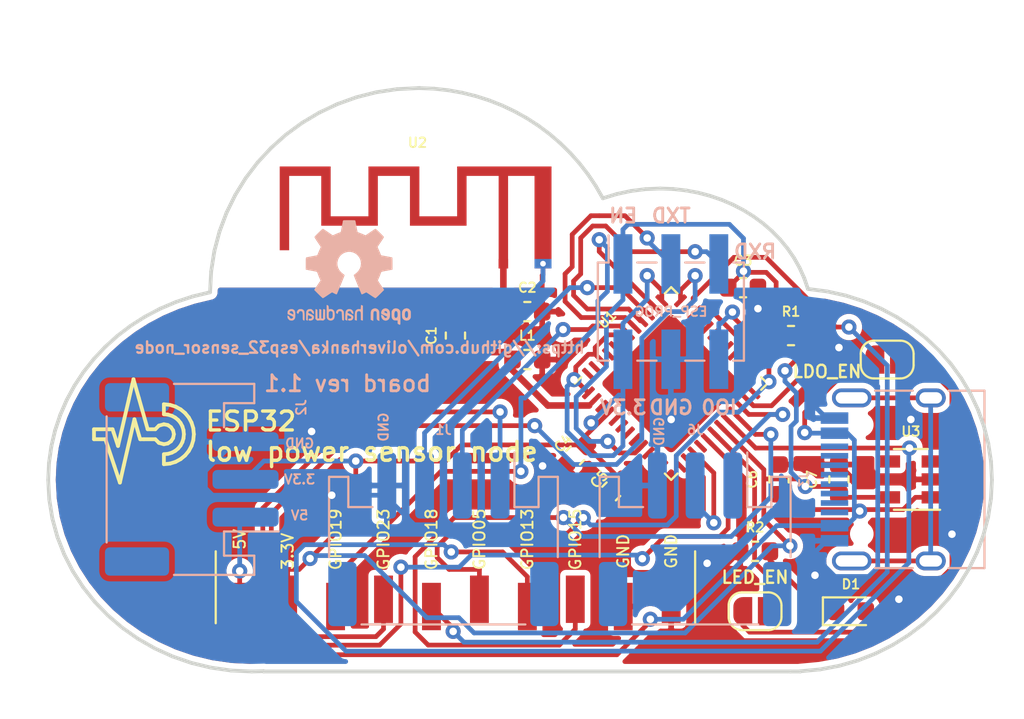
<source format=kicad_pcb>
(kicad_pcb (version 20171130) (host pcbnew "(5.1.5-0-10_14)")
  (layers (0 F.Cu signal) (31 B.Cu signal) (34 B.Paste user) (35 F.Paste user hide) (36 B.SilkS user) (37 F.SilkS user) (38 B.Mask user) (39 F.Mask user hide) (44 Edge.Cuts user))
  (net 0 "")
  (net 1 "Net-(C1-Pad2)")
  (net 2 "Net-(C1-Pad1)")
  (net 3 GND)
  (net 4 "Net-(U1-Pad48)")
  (net 5 "Net-(U1-Pad47)")
  (net 6 "Net-(U1-Pad45)")
  (net 7 "Net-(U1-Pad44)")
  (net 8 "Net-(U1-Pad33)")
  (net 9 "Net-(U1-Pad32)")
  (net 10 "Net-(U1-Pad31)")
  (net 11 "Net-(U1-Pad30)")
  (net 12 "Net-(U1-Pad29)")
  (net 13 "Net-(U1-Pad28)")
  (net 14 "Net-(U1-Pad27)")
  (net 15 "Net-(U1-Pad26)")
  (net 16 "Net-(U1-Pad25)")
  (net 17 "Net-(U1-Pad24)")
  (net 18 "Net-(U1-Pad16)")
  (net 19 "Net-(U1-Pad14)")
  (net 20 "Net-(U1-Pad13)")
  (net 21 "Net-(U1-Pad12)")
  (net 22 "Net-(U1-Pad11)")
  (net 23 "Net-(U1-Pad10)")
  (net 24 "Net-(U1-Pad8)")
  (net 25 "Net-(U1-Pad7)")
  (net 26 "Net-(U1-Pad6)")
  (net 27 "Net-(U1-Pad5)")
  (net 28 /EN)
  (net 29 +3.3VA)
  (net 30 /TXD)
  (net 31 /RXD)
  (net 32 /IO0)
  (net 33 +5V)
  (net 34 /BME280_SCL)
  (net 35 /BME280_SDA)
  (net 36 /BME280_VCC)
  (net 37 "Net-(U3-Pad4)")
  (net 38 /LED_GPIO)
  (net 39 "Net-(D1-Pad1)")
  (net 40 /GPIO15_ADC2_CH3)
  (net 41 /GPIO5_CS0)
  (net 42 /GPIO23_MOSI)
  (net 43 /GPIO13_ADC2_CH4)
  (net 44 /GPIO18_CLK)
  (net 45 /GPIO19_MISO)
  (net 46 /WS2812_DATA)
  (net 47 /WS2812_VCC)
  (net 48 "Net-(D1-Pad2)")
  (net 49 "Net-(J3-PadB8)")
  (net 50 "Net-(J3-PadA5)")
  (net 51 "Net-(J3-PadB7)")
  (net 52 "Net-(J3-PadA7)")
  (net 53 "Net-(J3-PadB6)")
  (net 54 "Net-(J3-PadA8)")
  (net 55 "Net-(J3-PadB5)")
  (net 56 "Net-(J3-PadA6)")
  (net 57 "Net-(J3-PadS1)")
  (net 58 "Net-(JP2-Pad1)")
  (module Jumper:SolderJumper-2_P1.3mm_Open_RoundedPad1.0x1.5mm (layer F.Cu) (at 123.205 71.12 180)
    (fp_text reference LDO_EN (at 3.19 -0.635) (layer F.SilkS) (effects (font (size 0.65 0.65) (thickness 0.125))))
    (fp_text value Jumper_NO_Small)
    (pad 2 smd custom (at 0.65 0 180) (size 1 0.5) (layers F.Cu F.Mask) (net 33 +5V) (options (clearance outline) (anchor rect)) (primitives (gr_circle (center 0 0.25) (end 0.5 0.25) (width 0)) (gr_circle (center 0 -0.25) (end 0.5 -0.25) (width 0)) (gr_poly (pts (xy 0 -0.75) (xy -0.5 -0.75) (xy -0.5 0.75) (xy 0 0.75)) (width 0))))
    (pad 1 smd custom (at -0.65 0 180) (size 1 0.5) (layers F.Cu F.Mask) (net 58 "Net-(JP2-Pad1)") (options (clearance outline) (anchor rect)) (primitives (gr_circle (center 0 0.25) (end 0.5 0.25) (width 0)) (gr_circle (center 0 -0.25) (end 0.5 -0.25) (width 0)) (gr_poly (pts (xy 0 -0.75) (xy 0.5 -0.75) (xy 0.5 0.75) (xy 0 0.75)) (width 0))))
  )
  (module LED_SMD:LED_0603_1608Metric (layer F.Cu) (at 121.285 84.455)
    (fp_text reference D1 (at 0 -1.43) (layer F.SilkS) (effects (font (size 0.5 0.5) (thickness 0.1))))
    (fp_text value LED)
    (pad 2 smd roundrect (at 0.7875 0) (size 0.875 0.95) (layers F.Cu F.Paste F.Mask) (net 48 "Net-(D1-Pad2)"))
    (pad 1 smd roundrect (at -0.7875 0) (size 0.875 0.95) (layers F.Cu F.Paste F.Mask) (net 39 "Net-(D1-Pad1)"))
  )
  (module Connector_USB:USB_C_Receptacle_HRO_TYPE-C-31-M-12 (layer B.Cu) (at 124.46 77.47 270)
    (fp_text reference J3 (at 0 5.645 270) (layer B.SilkS) (effects (font (size 0.5 0.5) (thickness 0.1)) (justify mirror)))
    (fp_text value USB_C_Receptacle_USB2.0)
    (pad B1 smd rect (at 3.25 4.045 270) (size 0.6 1.45) (layers B.Cu B.Paste B.Mask) (net 3 GND))
    (pad A9 smd rect (at 2.45 4.045 270) (size 0.6 1.45) (layers B.Cu B.Paste B.Mask) (net 33 +5V))
    (pad B9 smd rect (at -2.45 4.045 270) (size 0.6 1.45) (layers B.Cu B.Paste B.Mask) (net 33 +5V))
    (pad B12 smd rect (at -3.25 4.045 270) (size 0.6 1.45) (layers B.Cu B.Paste B.Mask) (net 3 GND))
    (pad A1 smd rect (at -3.25 4.045 270) (size 0.6 1.45) (layers B.Cu B.Paste B.Mask) (net 3 GND))
    (pad A4 smd rect (at -2.45 4.045 270) (size 0.6 1.45) (layers B.Cu B.Paste B.Mask) (net 33 +5V))
    (pad B4 smd rect (at 2.45 4.045 270) (size 0.6 1.45) (layers B.Cu B.Paste B.Mask) (net 33 +5V))
    (pad A12 smd rect (at 3.25 4.045 270) (size 0.6 1.45) (layers B.Cu B.Paste B.Mask) (net 3 GND))
    (pad B8 smd rect (at -1.75 4.045 270) (size 0.3 1.45) (layers B.Cu B.Paste B.Mask) (net 49 "Net-(J3-PadB8)"))
    (pad A5 smd rect (at -1.25 4.045 270) (size 0.3 1.45) (layers B.Cu B.Paste B.Mask) (net 50 "Net-(J3-PadA5)"))
    (pad B7 smd rect (at -0.75 4.045 270) (size 0.3 1.45) (layers B.Cu B.Paste B.Mask) (net 51 "Net-(J3-PadB7)"))
    (pad A7 smd rect (at 0.25 4.045 270) (size 0.3 1.45) (layers B.Cu B.Paste B.Mask) (net 52 "Net-(J3-PadA7)"))
    (pad B6 smd rect (at 0.75 4.045 270) (size 0.3 1.45) (layers B.Cu B.Paste B.Mask) (net 53 "Net-(J3-PadB6)"))
    (pad A8 smd rect (at 1.25 4.045 270) (size 0.3 1.45) (layers B.Cu B.Paste B.Mask) (net 54 "Net-(J3-PadA8)"))
    (pad B5 smd rect (at 1.75 4.045 270) (size 0.3 1.45) (layers B.Cu B.Paste B.Mask) (net 55 "Net-(J3-PadB5)"))
    (pad A6 smd rect (at -0.25 4.045 270) (size 0.3 1.45) (layers B.Cu B.Paste B.Mask) (net 56 "Net-(J3-PadA6)"))
    (pad S1 thru_hole oval (at 4.32 3.13 270) (size 1 2.1) (drill oval 0.6 1.7) (layers *.Cu *.Mask) (net 57 "Net-(J3-PadS1)"))
    (pad S1 thru_hole oval (at -4.32 3.13 270) (size 1 2.1) (drill oval 0.6 1.7) (layers *.Cu *.Mask) (net 57 "Net-(J3-PadS1)"))
    (pad "" np_thru_hole circle (at -2.89 2.6 270) (size 0.65 0.65) (drill 0.65) (layers *.Cu *.Mask))
    (pad S1 thru_hole oval (at -4.32 -1.05 270) (size 1 1.6) (drill oval 0.6 1.2) (layers *.Cu *.Mask) (net 57 "Net-(J3-PadS1)"))
    (pad "" np_thru_hole circle (at 2.89 2.6 270) (size 0.65 0.65) (drill 0.65) (layers *.Cu *.Mask))
    (pad S1 thru_hole oval (at 4.32 -1.05 270) (size 1 1.6) (drill oval 0.6 1.2) (layers *.Cu *.Mask) (net 57 "Net-(J3-PadS1)"))
  )
  (module Resistor_SMD:R_0603_1608Metric (layer F.Cu) (at 116.205 81.28 180)
    (fp_text reference R2 (at 0 1.27) (layer F.SilkS) (effects (font (size 0.5 0.5) (thickness 0.1))))
    (fp_text value 330)
    (pad 2 smd roundrect (at 0.7875 0 180) (size 0.875 0.95) (layers F.Cu F.Paste F.Mask) (net 3 GND))
    (pad 1 smd roundrect (at -0.7875 0 180) (size 0.875 0.95) (layers F.Cu F.Paste F.Mask) (net 39 "Net-(D1-Pad1)"))
  )
  (module Resistor_SMD:R_0603_1608Metric (layer F.Cu) (at 118.11 69.85 180)
    (fp_text reference R1 (at 0 1.27) (layer F.SilkS) (effects (font (size 0.5 0.5) (thickness 0.1))))
    (fp_text value 10k)
    (pad 2 smd roundrect (at 0.7875 0 180) (size 0.875 0.95) (layers F.Cu F.Paste F.Mask) (net 28 /EN))
    (pad 1 smd roundrect (at -0.7875 0 180) (size 0.875 0.95) (layers F.Cu F.Paste F.Mask) (net 29 +3.3VA))
  )
  (module Inductor_SMD:L_0603_1608Metric (layer F.Cu) (at 104.14 71.12 180)
    (fp_text reference L1 (at 0 1.27) (layer F.SilkS) (effects (font (size 0.5 0.5) (thickness 0.1))))
    (fp_text value 1.6nH)
    (pad 2 smd roundrect (at 0.7875 0 180) (size 0.875 0.95) (layers F.Cu F.Paste F.Mask) (net 1 "Net-(C1-Pad2)"))
    (pad 1 smd roundrect (at -0.7875 0 180) (size 0.875 0.95) (layers F.Cu F.Paste F.Mask) (net 3 GND))
  )
  (module Capacitor_SMD:C_0603_1608Metric (layer F.Cu) (at 120.65 77.47 90)
    (fp_text reference C7 (at 0 -1.43 90) (layer F.SilkS) (effects (font (size 0.5 0.5) (thickness 0.1))))
    (fp_text value 22uF)
    (pad 2 smd roundrect (at 0.7875 0 90) (size 0.875 0.95) (layers F.Cu F.Paste F.Mask) (net 3 GND))
    (pad 1 smd roundrect (at -0.7875 0 90) (size 0.875 0.95) (layers F.Cu F.Paste F.Mask) (net 29 +3.3VA))
  )
  (module Capacitor_SMD:C_0603_1608Metric (layer F.Cu) (at 117.475 77.47 90)
    (fp_text reference C6 (at 0 -1.43 90) (layer F.SilkS) (effects (font (size 0.5 0.5) (thickness 0.1))))
    (fp_text value 0.1uF)
    (pad 2 smd roundrect (at 0.7875 0 90) (size 0.875 0.95) (layers F.Cu F.Paste F.Mask) (net 3 GND))
    (pad 1 smd roundrect (at -0.7875 0 90) (size 0.875 0.95) (layers F.Cu F.Paste F.Mask) (net 33 +5V))
  )
  (module Capacitor_SMD:C_0603_1608Metric (layer F.Cu) (at 108.585 78.105 225)
    (fp_text reference C5 (at 0 0.898026 45) (layer F.SilkS) (effects (font (size 0.5 0.5) (thickness 0.1))))
    (fp_text value 0.1uF/25V)
    (pad 1 smd roundrect (at -0.7875 0 225) (size 0.875 0.95) (layers F.Cu F.Paste F.Mask) (net 29 +3.3VA))
    (pad 2 smd roundrect (at 0.7875 0 225) (size 0.875 0.95) (layers F.Cu F.Paste F.Mask) (net 3 GND))
  )
  (module Capacitor_SMD:C_0603_1608Metric (layer F.Cu) (at 106.68 76.2 225)
    (fp_text reference C4 (at 0 0.898026 45) (layer F.SilkS) (effects (font (size 0.5 0.5) (thickness 0.1))))
    (fp_text value 10uF/6.3V)
    (pad 2 smd roundrect (at 0.7875 0 225) (size 0.875 0.95) (layers F.Cu F.Paste F.Mask) (net 3 GND))
    (pad 1 smd roundrect (at -0.7875 0 225) (size 0.875 0.95) (layers F.Cu F.Paste F.Mask) (net 29 +3.3VA))
  )
  (module Capacitor_SMD:C_0603_1608Metric (layer F.Cu) (at 115.57 67.31)
    (fp_text reference C3 (at 0 -1.43) (layer F.SilkS) (effects (font (size 0.5 0.5) (thickness 0.1))))
    (fp_text value 0.1uF/25V)
    (pad 2 smd roundrect (at 0.7875 0) (size 0.875 0.95) (layers F.Cu F.Paste F.Mask) (net 3 GND))
    (pad 1 smd roundrect (at -0.7875 0) (size 0.875 0.95) (layers F.Cu F.Paste F.Mask) (net 28 /EN))
  )
  (module Capacitor_SMD:C_0603_1608Metric (layer F.Cu) (at 104.14 68.58 180)
    (fp_text reference C2 (at 0 1.27) (layer F.SilkS) (effects (font (size 0.5 0.5) (thickness 0.1))))
    (fp_text value 2.7pF)
    (pad 2 smd roundrect (at 0.7875 0 180) (size 0.875 0.95) (layers F.Cu F.Paste F.Mask) (net 2 "Net-(C1-Pad1)"))
    (pad 1 smd roundrect (at -0.7875 0 180) (size 0.875 0.95) (layers F.Cu F.Paste F.Mask) (net 3 GND))
  )
  (module Capacitor_SMD:C_0603_1608Metric (layer F.Cu) (at 100.33 69.85 270)
    (fp_text reference C1 (at 0 1.27 90) (layer F.SilkS) (effects (font (size 0.5 0.5) (thickness 0.1))))
    (fp_text value 4.7pF)
    (pad 2 smd roundrect (at 0.7875 0 270) (size 0.875 0.95) (layers F.Cu F.Paste F.Mask) (net 1 "Net-(C1-Pad2)"))
    (pad 1 smd roundrect (at -0.7875 0 270) (size 0.875 0.95) (layers F.Cu F.Paste F.Mask) (net 2 "Net-(C1-Pad1)"))
  )
  (module Connector_PinHeader_2.54mm:PinHeader_1x10_P2.54mm_Vertical_SMD_Pin1Left (layer F.Cu) (at 100.33 82.55 90)
    (fp_text reference J5 hide)
    (fp_text value Conn_01x10_Male hide)
    (pad 10 smd rect (at -1.27 11.43 90) (size 2.51 1) (layers F.Cu F.Paste F.Mask) (net 3 GND))
    (pad 8 smd rect (at -1.27 6.35 90) (size 2.51 1) (layers F.Cu F.Paste F.Mask) (net 40 /GPIO15_ADC2_CH3))
    (pad 6 smd rect (at -1.27 1.27 90) (size 2.51 1) (layers F.Cu F.Paste F.Mask) (net 41 /GPIO5_CS0))
    (pad 4 smd rect (at -1.27 -3.81 90) (size 2.51 1) (layers F.Cu F.Paste F.Mask) (net 42 /GPIO23_MOSI))
    (pad 2 smd rect (at -1.27 -8.89 90) (size 2.51 1) (layers F.Cu F.Paste F.Mask) (net 29 +3.3VA))
    (pad 9 smd rect (at -1.655 8.89 90) (size 2.51 1) (layers F.Cu F.Paste F.Mask) (net 3 GND))
    (pad 7 smd rect (at -1.655 3.81 90) (size 2.51 1) (layers F.Cu F.Paste F.Mask) (net 43 /GPIO13_ADC2_CH4))
    (pad 5 smd rect (at -1.655 -1.27 90) (size 2.51 1) (layers F.Cu F.Paste F.Mask) (net 44 /GPIO18_CLK))
    (pad 3 smd rect (at -1.655 -6.35 90) (size 2.51 1) (layers F.Cu F.Paste F.Mask) (net 45 /GPIO19_MISO))
    (pad 1 smd rect (at -1.655 -11.43 90) (size 2.51 1) (layers F.Cu F.Paste F.Mask) (net 33 +5V))
  )
  (module Jumper:SolderJumper-2_P1.3mm_Open_RoundedPad1.0x1.5mm (layer F.Cu) (at 116.205 84.455)
    (fp_text reference LED_EN (at 0 -1.8) (layer F.SilkS) (effects (font (size 0.65 0.65) (thickness 0.125))))
    (fp_text value Jumper_NO_Small)
    (pad 2 smd custom (at 0.65 0) (size 1 0.5) (layers F.Cu F.Mask) (net 38 /LED_GPIO) (options (clearance outline) (anchor rect)) (primitives (gr_circle (center 0 0.25) (end 0.5 0.25) (width 0)) (gr_circle (center 0 -0.25) (end 0.5 -0.25) (width 0)) (gr_poly (pts (xy 0 -0.75) (xy -0.5 -0.75) (xy -0.5 0.75) (xy 0 0.75)) (width 0))))
    (pad 1 smd custom (at -0.65 0) (size 1 0.5) (layers F.Cu F.Mask) (net 48 "Net-(D1-Pad2)") (options (clearance outline) (anchor rect)) (primitives (gr_circle (center 0 0.25) (end 0.5 0.25) (width 0)) (gr_circle (center 0 -0.25) (end 0.5 -0.25) (width 0)) (gr_poly (pts (xy 0 -0.75) (xy 0.5 -0.75) (xy 0.5 0.75) (xy 0 0.75)) (width 0))))
  )
  (module Connector_JST:JST_PH_S3B-PH-SM4-TB_1x03-1MP_P2.00mm_Horizontal (layer B.Cu) (at 113.03 80.645 180)
    (fp_text reference J6 (at 0 5.8) (layer B.SilkS) (effects (font (size 0.5 0.5) (thickness 0.1)) (justify mirror)))
    (fp_text value Conn_01x03_Male)
    (pad MP smd roundrect (at 4.35 -2.9 180) (size 1.5 3.4) (layers B.Cu B.Paste B.Mask) (roundrect_rratio 0.166667))
    (pad MP smd roundrect (at -4.35 -2.9 180) (size 1.5 3.4) (layers B.Cu B.Paste B.Mask) (roundrect_rratio 0.166667))
    (pad 3 smd roundrect (at 2 2.85 180) (size 1 3.5) (layers B.Cu B.Paste B.Mask) (net 3 GND))
    (pad 2 smd roundrect (at 0 2.85 180) (size 1 3.5) (layers B.Cu B.Paste B.Mask) (net 46 /WS2812_DATA))
    (pad 1 smd roundrect (at -2 2.85 180) (size 1 3.5) (layers B.Cu B.Paste B.Mask) (net 47 /WS2812_VCC))
  )
  (module Connector_JST:JST_PH_S3B-PH-SM4-TB_1x03-1MP_P2.00mm_Horizontal (layer B.Cu) (at 86.36 77.47 90)
    (fp_text reference J2 (at 3.81 5.8 90) (layer B.SilkS) (effects (font (size 0.5 0.5) (thickness 0.1)) (justify mirror)))
    (fp_text value Conn_01x03_Male)
    (pad MP smd roundrect (at 4.35 -2.9 90) (size 1.5 3.4) (layers B.Cu B.Paste B.Mask) (roundrect_rratio 0.166667))
    (pad MP smd roundrect (at -4.35 -2.9 90) (size 1.5 3.4) (layers B.Cu B.Paste B.Mask) (roundrect_rratio 0.166667))
    (pad 3 smd roundrect (at 2 2.85 90) (size 1 3.5) (layers B.Cu B.Paste B.Mask) (net 3 GND))
    (pad 2 smd roundrect (at 0 2.85 90) (size 1 3.5) (layers B.Cu B.Paste B.Mask) (net 29 +3.3VA))
    (pad 1 smd roundrect (at -2 2.85 90) (size 1 3.5) (layers B.Cu B.Paste B.Mask) (net 33 +5V))
  )
  (module Connector_JST:JST_PH_S4B-PH-SM4-TB_1x04-1MP_P2.00mm_Horizontal (layer B.Cu) (at 99.695 80.645 180)
    (fp_text reference J1 (at 0 5.8) (layer B.SilkS) (effects (font (size 0.5 0.5) (thickness 0.1)) (justify mirror)))
    (fp_text value Conn_01x04_Male)
    (pad MP smd roundrect (at 5.35 -2.9 180) (size 1.5 3.4) (layers B.Cu B.Paste B.Mask) (roundrect_rratio 0.166667))
    (pad MP smd roundrect (at -5.35 -2.9 180) (size 1.5 3.4) (layers B.Cu B.Paste B.Mask) (roundrect_rratio 0.166667))
    (pad 4 smd roundrect (at 3 2.85 180) (size 1 3.5) (layers B.Cu B.Paste B.Mask) (net 3 GND))
    (pad 3 smd roundrect (at 1 2.85 180) (size 1 3.5) (layers B.Cu B.Paste B.Mask) (net 34 /BME280_SCL))
    (pad 2 smd roundrect (at -1 2.85 180) (size 1 3.5) (layers B.Cu B.Paste B.Mask) (net 35 /BME280_SDA))
    (pad 1 smd roundrect (at -3 2.85 180) (size 1 3.5) (layers B.Cu B.Paste B.Mask) (net 36 /BME280_VCC))
  )
  (module Connector_PinHeader_2.54mm:PinHeader_2x03_P2.54mm_Vertical_SMD (layer B.Cu) (at 111.745 68.58 270)
    (fp_text reference J4 hide)
    (fp_text value Conn_01x06_Male hide)
    (pad 6 smd rect (at 2.525 -2.54 270) (size 3.15 1) (layers B.Cu B.Paste B.Mask) (net 32 /IO0))
    (pad 5 smd rect (at -2.525 -2.54 270) (size 3.15 1) (layers B.Cu B.Paste B.Mask) (net 31 /RXD))
    (pad 4 smd rect (at 2.525 0 270) (size 3.15 1) (layers B.Cu B.Paste B.Mask) (net 3 GND))
    (pad 3 smd rect (at -2.525 0 270) (size 3.15 1) (layers B.Cu B.Paste B.Mask) (net 30 /TXD))
    (pad 2 smd rect (at 2.525 2.54 270) (size 3.15 1) (layers B.Cu B.Paste B.Mask) (net 29 +3.3VA))
    (pad 1 smd rect (at -2.525 2.54 270) (size 3.15 1) (layers B.Cu B.Paste B.Mask) (net 28 /EN))
  )
  (module Package_DFN_QFN:QFN-48-1EP_7x7mm_P0.5mm_EP5.3x5.3mm (layer F.Cu) (at 111.76 72.39 45)
    (fp_text reference U1 (at 0 -4.800001 45) (layer F.SilkS) (effects (font (size 0.5 0.5) (thickness 0.1))))
    (fp_text value ESP32-PICO-D4)
    (pad 48 smd roundrect (at -2.75 -3.45 45) (size 0.25 0.8) (layers F.Cu F.Paste F.Mask) (net 4 "Net-(U1-Pad48)"))
    (pad 47 smd roundrect (at -2.25 -3.45 45) (size 0.25 0.8) (layers F.Cu F.Paste F.Mask) (net 5 "Net-(U1-Pad47)"))
    (pad 46 smd roundrect (at -1.75 -3.45 45) (size 0.25 0.8) (layers F.Cu F.Paste F.Mask) (net 29 +3.3VA))
    (pad 45 smd roundrect (at -1.25 -3.45 45) (size 0.25 0.8) (layers F.Cu F.Paste F.Mask) (net 6 "Net-(U1-Pad45)"))
    (pad 44 smd roundrect (at -0.75 -3.45 45) (size 0.25 0.8) (layers F.Cu F.Paste F.Mask) (net 7 "Net-(U1-Pad44)"))
    (pad 43 smd roundrect (at -0.25 -3.45 45) (size 0.25 0.8) (layers F.Cu F.Paste F.Mask) (net 29 +3.3VA))
    (pad 42 smd roundrect (at 0.25 -3.45 45) (size 0.25 0.8) (layers F.Cu F.Paste F.Mask) (net 35 /BME280_SDA))
    (pad 41 smd roundrect (at 0.75 -3.45 45) (size 0.25 0.8) (layers F.Cu F.Paste F.Mask) (net 30 /TXD))
    (pad 40 smd roundrect (at 1.25 -3.45 45) (size 0.25 0.8) (layers F.Cu F.Paste F.Mask) (net 31 /RXD))
    (pad 39 smd roundrect (at 1.75 -3.45 45) (size 0.25 0.8) (layers F.Cu F.Paste F.Mask) (net 34 /BME280_SCL))
    (pad 38 smd roundrect (at 2.25 -3.45 45) (size 0.25 0.8) (layers F.Cu F.Paste F.Mask) (net 45 /GPIO19_MISO))
    (pad 37 smd roundrect (at 2.75 -3.45 45) (size 0.25 0.8) (layers F.Cu F.Paste F.Mask) (net 29 +3.3VA))
    (pad 36 smd roundrect (at 3.45 -2.75 45) (size 0.8 0.25) (layers F.Cu F.Paste F.Mask) (net 42 /GPIO23_MOSI))
    (pad 35 smd roundrect (at 3.45 -2.25 45) (size 0.8 0.25) (layers F.Cu F.Paste F.Mask) (net 44 /GPIO18_CLK))
    (pad 34 smd roundrect (at 3.45 -1.75 45) (size 0.8 0.25) (layers F.Cu F.Paste F.Mask) (net 41 /GPIO5_CS0))
    (pad 33 smd roundrect (at 3.45 -1.25 45) (size 0.8 0.25) (layers F.Cu F.Paste F.Mask) (net 8 "Net-(U1-Pad33)"))
    (pad 32 smd roundrect (at 3.45 -0.75 45) (size 0.8 0.25) (layers F.Cu F.Paste F.Mask) (net 9 "Net-(U1-Pad32)"))
    (pad 31 smd roundrect (at 3.45 -0.25 45) (size 0.8 0.25) (layers F.Cu F.Paste F.Mask) (net 10 "Net-(U1-Pad31)"))
    (pad 30 smd roundrect (at 3.45 0.25 45) (size 0.8 0.25) (layers F.Cu F.Paste F.Mask) (net 11 "Net-(U1-Pad30)"))
    (pad 29 smd roundrect (at 3.45 0.75 45) (size 0.8 0.25) (layers F.Cu F.Paste F.Mask) (net 12 "Net-(U1-Pad29)"))
    (pad 28 smd roundrect (at 3.45 1.25 45) (size 0.8 0.25) (layers F.Cu F.Paste F.Mask) (net 13 "Net-(U1-Pad28)"))
    (pad 27 smd roundrect (at 3.45 1.75 45) (size 0.8 0.25) (layers F.Cu F.Paste F.Mask) (net 14 "Net-(U1-Pad27)"))
    (pad 26 smd roundrect (at 3.45 2.25 45) (size 0.8 0.25) (layers F.Cu F.Paste F.Mask) (net 15 "Net-(U1-Pad26)"))
    (pad 25 smd roundrect (at 3.45 2.75 45) (size 0.8 0.25) (layers F.Cu F.Paste F.Mask) (net 16 "Net-(U1-Pad25)"))
    (pad 24 smd roundrect (at 2.75 3.45 45) (size 0.25 0.8) (layers F.Cu F.Paste F.Mask) (net 17 "Net-(U1-Pad24)"))
    (pad 23 smd roundrect (at 2.25 3.45 45) (size 0.25 0.8) (layers F.Cu F.Paste F.Mask) (net 32 /IO0))
    (pad 22 smd roundrect (at 1.75 3.45 45) (size 0.25 0.8) (layers F.Cu F.Paste F.Mask) (net 47 /WS2812_VCC))
    (pad 21 smd roundrect (at 1.25 3.45 45) (size 0.25 0.8) (layers F.Cu F.Paste F.Mask) (net 40 /GPIO15_ADC2_CH3))
    (pad 20 smd roundrect (at 0.75 3.45 45) (size 0.25 0.8) (layers F.Cu F.Paste F.Mask) (net 43 /GPIO13_ADC2_CH4))
    (pad 19 smd roundrect (at 0.25 3.45 45) (size 0.25 0.8) (layers F.Cu F.Paste F.Mask) (net 29 +3.3VA))
    (pad 18 smd roundrect (at -0.25 3.45 45) (size 0.25 0.8) (layers F.Cu F.Paste F.Mask) (net 38 /LED_GPIO))
    (pad 17 smd roundrect (at -0.75 3.45 45) (size 0.25 0.8) (layers F.Cu F.Paste F.Mask) (net 36 /BME280_VCC))
    (pad 16 smd roundrect (at -1.25 3.45 45) (size 0.25 0.8) (layers F.Cu F.Paste F.Mask) (net 18 "Net-(U1-Pad16)"))
    (pad 15 smd roundrect (at -1.75 3.45 45) (size 0.25 0.8) (layers F.Cu F.Paste F.Mask) (net 46 /WS2812_DATA))
    (pad 14 smd roundrect (at -2.25 3.45 45) (size 0.25 0.8) (layers F.Cu F.Paste F.Mask) (net 19 "Net-(U1-Pad14)"))
    (pad 13 smd roundrect (at -2.75 3.45 45) (size 0.25 0.8) (layers F.Cu F.Paste F.Mask) (net 20 "Net-(U1-Pad13)"))
    (pad 12 smd roundrect (at -3.45 2.75 45) (size 0.8 0.25) (layers F.Cu F.Paste F.Mask) (net 21 "Net-(U1-Pad12)"))
    (pad 11 smd roundrect (at -3.45 2.25 45) (size 0.8 0.25) (layers F.Cu F.Paste F.Mask) (net 22 "Net-(U1-Pad11)"))
    (pad 10 smd roundrect (at -3.45 1.75 45) (size 0.8 0.25) (layers F.Cu F.Paste F.Mask) (net 23 "Net-(U1-Pad10)"))
    (pad 9 smd roundrect (at -3.45 1.25 45) (size 0.8 0.25) (layers F.Cu F.Paste F.Mask) (net 28 /EN))
    (pad 8 smd roundrect (at -3.45 0.75 45) (size 0.8 0.25) (layers F.Cu F.Paste F.Mask) (net 24 "Net-(U1-Pad8)"))
    (pad 7 smd roundrect (at -3.45 0.25 45) (size 0.8 0.25) (layers F.Cu F.Paste F.Mask) (net 25 "Net-(U1-Pad7)"))
    (pad 6 smd roundrect (at -3.45 -0.25 45) (size 0.8 0.25) (layers F.Cu F.Paste F.Mask) (net 26 "Net-(U1-Pad6)"))
    (pad 5 smd roundrect (at -3.45 -0.75 45) (size 0.8 0.25) (layers F.Cu F.Paste F.Mask) (net 27 "Net-(U1-Pad5)"))
    (pad 4 smd roundrect (at -3.45 -1.25 45) (size 0.8 0.25) (layers F.Cu F.Paste F.Mask) (net 29 +3.3VA))
    (pad 3 smd roundrect (at -3.45 -1.75 45) (size 0.8 0.25) (layers F.Cu F.Paste F.Mask) (net 29 +3.3VA))
    (pad 2 smd roundrect (at -3.45 -2.25 45) (size 0.8 0.25) (layers F.Cu F.Paste F.Mask) (net 1 "Net-(C1-Pad2)"))
    (pad 1 smd roundrect (at -3.45 -2.75 45) (size 0.8 0.25) (layers F.Cu F.Paste F.Mask) (net 29 +3.3VA))
    (pad 49 smd roundrect (at 0 0 45) (size 5.3 5.3) (layers F.Cu F.Mask) (roundrect_rratio 0.04717) (net 3 GND))
  )
  (module Symbol:OSHW-Logo2_7.3x6mm_SilkScreen (layer B.Cu) (at 94.7 66.5 180)
    (fp_text reference REF** hide)
    (fp_text value OSHW-Logo2_7.3x6mm_SilkScreen hide)
  )
  (module Package_TO_SOT_SMD:SOT-23-5 (layer F.Cu) (at 124.46 77.47 180)
    (fp_text reference U3 (at 0 2.54) (layer F.SilkS) (effects (font (size 0.5 0.5) (thickness 0.1))))
    (fp_text value XC6220B331MR)
    (pad 5 smd rect (at 1.1 -0.95 180) (size 1.06 0.65) (layers F.Cu F.Paste F.Mask) (net 29 +3.3VA))
    (pad 4 smd rect (at 1.1 0.95 180) (size 1.06 0.65) (layers F.Cu F.Paste F.Mask) (net 37 "Net-(U3-Pad4)"))
    (pad 3 smd rect (at -1.1 0.95 180) (size 1.06 0.65) (layers F.Cu F.Paste F.Mask) (net 58 "Net-(JP2-Pad1)"))
    (pad 2 smd rect (at -1.1 0 180) (size 1.06 0.65) (layers F.Cu F.Paste F.Mask) (net 3 GND))
    (pad 1 smd rect (at -1.1 -0.95 180) (size 1.06 0.65) (layers F.Cu F.Paste F.Mask) (net 33 +5V))
  )
  (module RF_Antenna:Texas_SWRA117D_2.4GHz_Left (layer F.Cu) (at 102.87 66.04)
    (fp_text reference U2 (at -4.55 -6.41) (layer F.SilkS) (effects (font (size 0.5 0.5) (thickness 0.1))))
    (fp_text value AN91445)
    (fp_poly (pts (xy -2.45 -2.51) (xy -4.45 -2.51) (xy -4.45 -5.15) (xy -7.15 -5.15) (xy -7.15 -2.51) (xy -9.15 -2.51) (xy -9.15 -5.15) (xy -11.85 -5.15) (xy -11.85 -0.71) (xy -11.35 -0.71) (xy -11.35 -4.65) (xy -9.65 -4.65) (xy -9.65 -2.01) (xy -6.65 -2.01) (xy -6.65 -4.65) (xy -4.95 -4.65) (xy -4.95 -2.01) (xy -1.95 -2.01) (xy -1.95 -4.65) (xy -0.25 -4.65) (xy -0.25 0.25) (xy 0.25 0.25) (xy 0.25 -4.65) (xy 1.65 -4.65) (xy 1.65 0.25) (xy 2.55 0.25) (xy 2.55 0.006785) (xy 2.247583 0.006785) (xy 2.237742 0.054395) (xy 2.213674 0.096797) (xy 2.175731 0.129581) (xy 2.167819 0.133935) (xy 2.125156 0.146043) (xy 2.076637 0.1453) (xy 2.031122 0.1324) (xy 2.012511 0.121787) (xy 1.978868 0.086553) (xy 1.958309 0.041368) (xy 1.951778 -0.008158) (xy 1.960218 -0.056417) (xy 1.977112 -0.088643) (xy 2.012372 -0.121313) (xy 2.057682 -0.141408) (xy 2.107267 -0.147982) (xy 2.155353 -0.140092) (xy 2.188245 -0.123186) (xy 2.223185 -0.086416) (xy 2.242847 -0.041622) (xy 2.247583 0.006785) (xy 2.55 0.006785) (xy 2.55 -5.15) (xy -2.45 -5.15) (xy -2.45 -2.51)) (layer F.Cu) (width 0))
    (pad 1 connect rect (at 0 0) (size 0.5 0.5) (layers F.Cu) (net 2 "Net-(C1-Pad1)"))
    (pad 2 thru_hole rect (at 2.1 0) (size 0.9 0.5) (drill 0.3) (layers *.Cu) (net 3 GND))
  )
  (gr_text "board rev 1.1" (at 94.615 72.39) (layer B.SilkS) (effects (font (size 0.85 0.85)) (justify mirror)))
  (gr_text "ESP32\nlow power sensor node" (at 86.995 75.2) (layer F.SilkS) (effects (font (size 1 1) (thickness 0.18)) (justify left)))
  (gr_text ESP_PROG (at 111.76 68.58) (layer B.SilkS) (effects (font (size 0.5 0.5) (thickness 0.1)) (justify mirror)))
  (gr_text GND (at 111.76 81.28 90) (layer F.SilkS) (effects (font (size 0.6 0.6) (thickness 0.1))))
  (gr_text GND (at 109.22 81.28 90) (layer F.SilkS) (effects (font (size 0.6 0.6) (thickness 0.1))))
  (gr_text GPIO15 (at 106.68 80.645 90) (layer F.SilkS) (effects (font (size 0.6 0.6) (thickness 0.1))))
  (gr_text GPIO13 (at 104.14 80.645 90) (layer F.SilkS) (effects (font (size 0.6 0.6) (thickness 0.1))))
  (gr_text GPIO05 (at 101.6 80.645 90) (layer F.SilkS) (effects (font (size 0.6 0.6) (thickness 0.1))))
  (gr_text GPIO18 (at 99.06 80.645 90) (layer F.SilkS) (effects (font (size 0.6 0.6) (thickness 0.1))))
  (gr_text GPIO23 (at 96.52 80.645 90) (layer F.SilkS) (effects (font (size 0.6 0.6) (thickness 0.1))))
  (gr_text GPIO19 (at 93.98 80.645 90) (layer F.SilkS) (effects (font (size 0.6 0.6) (thickness 0.1))))
  (gr_text 3.3V (at 91.44 81.28 90) (layer F.SilkS) (effects (font (size 0.6 0.6) (thickness 0.1))))
  (gr_text 5V (at 88.9 80.645 90) (layer F.SilkS) (effects (font (size 0.6 0.6) (thickness 0.1))))
  (gr_text GND (at 96.52 74.7 90) (layer B.SilkS) (effects (font (size 0.5 0.5) (thickness 0.1)) (justify mirror)))
  (gr_text GND (at 111.125 74.93 90) (layer B.SilkS) (effects (font (size 0.5 0.5) (thickness 0.1)) (justify mirror)))
  (gr_text https://github.com/oliverhanka/esp32_sensor_node (at 95.25 70.485) (layer B.SilkS) (effects (font (size 0.6 0.6) (thickness 0.125)) (justify mirror)))
  (gr_text IO0 (at 114.3 73.66) (layer B.SilkS) (effects (font (size 0.75 0.75)) (justify mirror)))
  (gr_text GND (at 111.76 73.66) (layer B.SilkS) (effects (font (size 0.75 0.75)) (justify mirror)))
  (gr_text 3.3V (at 109.22 73.66) (layer B.SilkS) (effects (font (size 0.75 0.75)) (justify mirror)))
  (gr_text RXD (at 116.205 65.405) (layer B.SilkS) (effects (font (size 0.75 0.75)) (justify mirror)))
  (gr_text TXD (at 111.76 63.5) (layer B.SilkS) (effects (font (size 0.75 0.75)) (justify mirror)))
  (gr_text EN (at 109.22 63.5) (layer B.SilkS) (effects (font (size 0.75 0.75)) (justify mirror)))
  (gr_text GND (at 92.075 75.565) (layer B.SilkS) (effects (font (size 0.5 0.5) (thickness 0.1)) (justify mirror)))
  (gr_text 3.3V (at 92.075 77.47) (layer B.SilkS) (effects (font (size 0.5 0.5) (thickness 0.1)) (justify mirror)))
  (gr_text 5V (at 92.075 79.375) (layer B.SilkS) (effects (font (size 0.5 0.5) (thickness 0.1)) (justify mirror)))
  (gr_line (start 83.627253 75.342009) (end 83.82569 75.342009) (layer F.SilkS) (width 0.2))
  (gr_line (start 83.569362 75.151827) (end 83.627253 75.342009) (layer F.SilkS) (width 0.2))
  (gr_line (start 85.639036 75.83244) (end 85.48354 75.959678) (layer F.SilkS) (width 0.2))
  (gr_line (start 85.766274 75.676945) (end 85.639036 75.83244) (layer F.SilkS) (width 0.2))
  (gr_line (start 85.861682 75.49687) (end 85.766274 75.676945) (layer F.SilkS) (width 0.2))
  (gr_line (start 85.503067 76.540543) (end 85.772782 76.39452) (layer F.SilkS) (width 0.2))
  (gr_line (start 85.204723 76.632777) (end 85.503067 76.540543) (layer F.SilkS) (width 0.2))
  (gr_line (start 84.884022 76.664924) (end 85.204723 76.632777) (layer F.SilkS) (width 0.2))
  (gr_line (start 84.884022 76.135758) (end 84.884022 76.664924) (layer F.SilkS) (width 0.2))
  (gr_line (start 85.102409 76.114988) (end 84.884022 76.135758) (layer F.SilkS) (width 0.2))
  (gr_line (start 85.303465 76.055087) (end 85.102409 76.114988) (layer F.SilkS) (width 0.2))
  (gr_line (start 85.48354 75.959678) (end 85.303465 76.055087) (layer F.SilkS) (width 0.2))
  (gr_line (start 86.201116 75.966187) (end 86.347139 75.696471) (layer F.SilkS) (width 0.2))
  (gr_line (start 86.007547 76.200951) (end 86.201116 75.966187) (layer F.SilkS) (width 0.2))
  (gr_line (start 85.772782 76.39452) (end 86.007547 76.200951) (layer F.SilkS) (width 0.2))
  (gr_line (start 85.921584 75.295813) (end 85.861682 75.49687) (layer F.SilkS) (width 0.2))
  (gr_line (start 85.942354 75.077426) (end 85.921584 75.295813) (layer F.SilkS) (width 0.2))
  (gr_line (start 85.921584 74.85904) (end 85.942354 75.077426) (layer F.SilkS) (width 0.2))
  (gr_line (start 85.861682 74.657983) (end 85.921584 74.85904) (layer F.SilkS) (width 0.2))
  (gr_line (start 85.766274 74.477908) (end 85.861682 74.657983) (layer F.SilkS) (width 0.2))
  (gr_line (start 83.27172 72.167014) (end 83.27172 72.167014) (layer F.SilkS) (width 0.2))
  (gr_line (start 83.552852 73.150932) (end 83.27172 72.167014) (layer F.SilkS) (width 0.2))
  (gr_line (start 84.024127 74.812843) (end 83.552852 73.150932) (layer F.SilkS) (width 0.2))
  (gr_line (start 84.429257 74.812843) (end 84.024127 74.812843) (layer F.SilkS) (width 0.2))
  (gr_line (start 84.617587 74.621338) (end 84.429257 74.812843) (layer F.SilkS) (width 0.2))
  (gr_line (start 84.884022 74.54826) (end 84.617587 74.621338) (layer F.SilkS) (width 0.2))
  (gr_line (start 85.09 74.589853) (end 84.884022 74.54826) (layer F.SilkS) (width 0.2))
  (gr_line (start 85.503067 73.614307) (end 85.204723 73.52207) (layer F.SilkS) (width 0.2))
  (gr_line (start 85.772782 73.760343) (end 85.503067 73.614307) (layer F.SilkS) (width 0.2))
  (gr_line (start 86.007547 73.953893) (end 85.772782 73.760343) (layer F.SilkS) (width 0.2))
  (gr_line (start 86.201116 74.188666) (end 86.007547 73.953893) (layer F.SilkS) (width 0.2))
  (gr_line (start 81.783441 75.342009) (end 82.254729 76.747606) (layer F.SilkS) (width 0.2))
  (gr_line (start 81.179861 75.342009) (end 81.783441 75.342009) (layer F.SilkS) (width 0.2))
  (gr_line (start 83.27172 72.167014) (end 83.04021 73.167468) (layer F.SilkS) (width 0.2))
  (gr_line (start 82.453166 75.697556) (end 82.221656 74.994744) (layer F.SilkS) (width 0.2))
  (gr_line (start 82.552385 77.640573) (end 82.75909 76.722815) (layer F.SilkS) (width 0.2))
  (gr_line (start 82.254729 76.747606) (end 82.552385 77.640573) (layer F.SilkS) (width 0.2))
  (gr_line (start 83.321342 74.283678) (end 83.569362 75.151827) (layer F.SilkS) (width 0.2))
  (gr_line (start 82.75909 76.722815) (end 83.321342 74.283678) (layer F.SilkS) (width 0.2))
  (gr_line (start 83.04021 73.167468) (end 82.453166 75.697556) (layer F.SilkS) (width 0.2))
  (gr_line (start 86.347139 74.458374) (end 86.201116 74.188666) (layer F.SilkS) (width 0.2))
  (gr_line (start 86.439373 74.756725) (end 86.347139 74.458374) (layer F.SilkS) (width 0.2))
  (gr_line (start 86.471519 75.077426) (end 86.439373 74.756725) (layer F.SilkS) (width 0.2))
  (gr_line (start 86.439373 75.398127) (end 86.471519 75.077426) (layer F.SilkS) (width 0.2))
  (gr_line (start 86.347139 75.696471) (end 86.439373 75.398127) (layer F.SilkS) (width 0.2))
  (gr_line (start 84.884022 75.606592) (end 85.09 75.565) (layer F.SilkS) (width 0.2))
  (gr_line (start 84.617587 75.533514) (end 84.884022 75.606592) (layer F.SilkS) (width 0.2))
  (gr_line (start 84.429257 75.342009) (end 84.617587 75.533514) (layer F.SilkS) (width 0.2))
  (gr_line (start 83.82569 75.342009) (end 84.429257 75.342009) (layer F.SilkS) (width 0.2))
  (gr_line (start 85.102409 74.03987) (end 85.303465 74.099769) (layer F.SilkS) (width 0.2))
  (gr_line (start 84.884022 74.019095) (end 85.102409 74.03987) (layer F.SilkS) (width 0.2))
  (gr_line (start 84.884022 73.489929) (end 84.884022 74.019095) (layer F.SilkS) (width 0.2))
  (gr_line (start 84.884022 73.489929) (end 84.884022 73.489929) (layer F.SilkS) (width 0.2))
  (gr_line (start 85.204723 73.52207) (end 84.884022 73.489929) (layer F.SilkS) (width 0.2))
  (gr_line (start 82.163779 74.812843) (end 81.97361 74.812843) (layer F.SilkS) (width 0.2))
  (gr_line (start 82.221656 74.994744) (end 82.163779 74.812843) (layer F.SilkS) (width 0.2))
  (gr_line (start 81.179861 74.812843) (end 81.179861 75.342009) (layer F.SilkS) (width 0.2))
  (gr_line (start 81.97361 74.812843) (end 81.179861 74.812843) (layer F.SilkS) (width 0.2))
  (gr_line (start 85.639036 74.32242) (end 85.766274 74.477908) (layer F.SilkS) (width 0.2))
  (gr_line (start 85.48354 74.195164) (end 85.639036 74.32242) (layer F.SilkS) (width 0.2))
  (gr_line (start 85.303465 74.099769) (end 85.48354 74.195164) (layer F.SilkS) (width 0.2))
  (gr_line (start 85.258195 74.703253) (end 85.09 74.589853) (layer F.SilkS) (width 0.2))
  (gr_line (start 85.371595 74.871449) (end 85.258195 74.703253) (layer F.SilkS) (width 0.2))
  (gr_line (start 85.413188 75.077426) (end 85.371595 74.871449) (layer F.SilkS) (width 0.2))
  (gr_line (start 85.371595 75.283404) (end 85.413188 75.077426) (layer F.SilkS) (width 0.2))
  (gr_line (start 85.258195 75.451599) (end 85.371595 75.283404) (layer F.SilkS) (width 0.2))
  (gr_line (start 85.09 75.565) (end 85.258195 75.451599) (layer F.SilkS) (width 0.2))
  (gr_line (start 118.2637 65.72579) (end 118.5611 66.251691) (layer Edge.Cuts) (width 0.2))
  (gr_line (start 117.9201 65.227391) (end 118.2637 65.72579) (layer Edge.Cuts) (width 0.2))
  (gr_line (start 117.533 64.758292) (end 117.9201 65.227391) (layer Edge.Cuts) (width 0.2))
  (gr_line (start 117.1051 64.32029) (end 117.533 64.758292) (layer Edge.Cuts) (width 0.2))
  (gr_line (start 116.6391 63.915391) (end 117.1051 64.32029) (layer Edge.Cuts) (width 0.2))
  (gr_line (start 116.1377 63.54529) (end 116.6391 63.915391) (layer Edge.Cuts) (width 0.2))
  (gr_line (start 128.7548 77.49379) (end 128.70323 78.49699) (layer Edge.Cuts) (width 0.2))
  (gr_line (start 128.70591 76.51749) (end 128.7548 77.49379) (layer Edge.Cuts) (width 0.2))
  (gr_line (start 128.56215 75.56629) (end 128.70591 76.51749) (layer Edge.Cuts) (width 0.2))
  (gr_line (start 128.32783 74.64449) (end 128.56215 75.56629) (layer Edge.Cuts) (width 0.2))
  (gr_line (start 128.00727 73.75659) (end 128.32783 74.64449) (layer Edge.Cuts) (width 0.2))
  (gr_line (start 127.6048 72.90699) (end 128.00727 73.75659) (layer Edge.Cuts) (width 0.2))
  (gr_line (start 127.12472 72.100391) (end 127.6048 72.90699) (layer Edge.Cuts) (width 0.2))
  (gr_line (start 126.57139 71.341091) (end 127.12472 72.100391) (layer Edge.Cuts) (width 0.2))
  (gr_line (start 125.94908 70.633691) (end 126.57139 71.341091) (layer Edge.Cuts) (width 0.2))
  (gr_line (start 125.26212 69.982592) (end 125.94908 70.633691) (layer Edge.Cuts) (width 0.2))
  (gr_line (start 124.51487 69.392291) (end 125.26212 69.982592) (layer Edge.Cuts) (width 0.2))
  (gr_line (start 123.7116 68.867292) (end 124.51487 69.392291) (layer Edge.Cuts) (width 0.2))
  (gr_line (start 122.85667 68.412091) (end 123.7116 68.867292) (layer Edge.Cuts) (width 0.2))
  (gr_line (start 121.95437 68.031092) (end 122.85667 68.412091) (layer Edge.Cuts) (width 0.2))
  (gr_line (start 121.009 67.728891) (end 121.95437 68.031092) (layer Edge.Cuts) (width 0.2))
  (gr_line (start 120.025 67.509892) (end 121.009 67.728891) (layer Edge.Cuts) (width 0.2))
  (gr_line (start 119.0065 67.378592) (end 120.025 67.509892) (layer Edge.Cuts) (width 0.2))
  (gr_line (start 118.8096 66.803292) (end 119.0065 67.378592) (layer Edge.Cuts) (width 0.2))
  (gr_line (start 118.5611 66.251691) (end 118.8096 66.803292) (layer Edge.Cuts) (width 0.2))
  (gr_line (start 126.46157 83.781392) (end 125.8103 84.495189) (layer Edge.Cuts) (width 0.2))
  (gr_line (start 127.04141 83.01169) (end 126.46157 83.781392) (layer Edge.Cuts) (width 0.2))
  (gr_line (start 127.54511 82.19149) (end 127.04141 83.01169) (layer Edge.Cuts) (width 0.2))
  (gr_line (start 127.9679 81.32519) (end 127.54511 82.19149) (layer Edge.Cuts) (width 0.2))
  (gr_line (start 128.30502 80.41739) (end 127.9679 81.32519) (layer Edge.Cuts) (width 0.2))
  (gr_line (start 128.55172 79.473091) (end 128.30502 80.41739) (layer Edge.Cuts) (width 0.2))
  (gr_line (start 128.70323 78.49699) (end 128.55172 79.473091) (layer Edge.Cuts) (width 0.2))
  (gr_line (start 104.7307 58.73206) (end 105.3192 59.1716) (layer Edge.Cuts) (width 0.2))
  (gr_line (start 104.1141 58.33261) (end 104.7307 58.73206) (layer Edge.Cuts) (width 0.2))
  (gr_line (start 123.47575 86.255891) (end 122.5865 86.699891) (layer Edge.Cuts) (width 0.2))
  (gr_line (start 124.31266 85.737291) (end 123.47575 86.255891) (layer Edge.Cuts) (width 0.2))
  (gr_line (start 125.09242 85.14889) (end 124.31266 85.737291) (layer Edge.Cuts) (width 0.2))
  (gr_line (start 125.8103 84.495189) (end 125.09242 85.14889) (layer Edge.Cuts) (width 0.2))
  (gr_line (start 98.437299 56.737862) (end 98.437299 56.737862) (layer Edge.Cuts) (width 0.2))
  (gr_line (start 98.355599 56.737862) (end 98.437299 56.737862) (layer Edge.Cuts) (width 0.2))
  (gr_line (start 97.229499 56.793712) (end 98.355599 56.737862) (layer Edge.Cuts) (width 0.2))
  (gr_line (start 96.135699 56.957572) (end 97.229499 56.793712) (layer Edge.Cuts) (width 0.2))
  (gr_line (start 95.079999 57.224032) (end 96.135699 56.957572) (layer Edge.Cuts) (width 0.2))
  (gr_line (start 94.067899 57.587672) (end 95.079999 57.224032) (layer Edge.Cuts) (width 0.2))
  (gr_line (start 93.1045 58.04305) (end 94.067899 57.587672) (layer Edge.Cuts) (width 0.2))
  (gr_line (start 92.196001 58.58476) (end 93.1045 58.04305) (layer Edge.Cuts) (width 0.2))
  (gr_line (start 91.347601 59.20735) (end 92.196001 58.58476) (layer Edge.Cuts) (width 0.2))
  (gr_line (start 90.564799 59.90543) (end 91.347601 59.20735) (layer Edge.Cuts) (width 0.2))
  (gr_line (start 89.853199 60.67352) (end 90.564799 59.90543) (layer Edge.Cuts) (width 0.2))
  (gr_line (start 89.218399 61.50624) (end 89.853199 60.67352) (layer Edge.Cuts) (width 0.2))
  (gr_line (start 88.665799 62.3982) (end 89.218399 61.50624) (layer Edge.Cuts) (width 0.2))
  (gr_line (start 88.200999 63.343799) (end 88.665799 62.3982) (layer Edge.Cuts) (width 0.2))
  (gr_line (start 102.118601 57.38781) (end 102.8058 57.65915) (layer Edge.Cuts) (width 0.2))
  (gr_line (start 101.411898 57.16184) (end 102.118601 57.38781) (layer Edge.Cuts) (width 0.2))
  (gr_line (start 99.1989 56.76921) (end 99.949999 56.85121) (layer Edge.Cuts) (width 0.2))
  (gr_line (start 99.949999 56.85121) (end 100.688499 56.98252) (layer Edge.Cuts) (width 0.2))
  (gr_line (start 98.437299 56.73786) (end 99.1989 56.76921) (layer Edge.Cuts) (width 0.2))
  (gr_line (start 115.6036 63.211791) (end 116.1377 63.54529) (layer Edge.Cuts) (width 0.2))
  (gr_line (start 115.0395 62.916789) (end 115.6036 63.211791) (layer Edge.Cuts) (width 0.2))
  (gr_line (start 114.4482 62.662091) (end 115.0395 62.916789) (layer Edge.Cuts) (width 0.2))
  (gr_line (start 100.688499 56.98252) (end 101.411898 57.16184) (layer Edge.Cuts) (width 0.2))
  (gr_line (start 103.4719 57.97453) (end 104.1141 58.33261) (layer Edge.Cuts) (width 0.2))
  (gr_line (start 102.8058 57.65915) (end 103.4719 57.97453) (layer Edge.Cuts) (width 0.2))
  (gr_line (start 113.8323 62.449691) (end 114.4482 62.662091) (layer Edge.Cuts) (width 0.2))
  (gr_line (start 113.1945 62.281191) (end 113.8323 62.449691) (layer Edge.Cuts) (width 0.2))
  (gr_line (start 112.5375 62.1586) (end 113.1945 62.281191) (layer Edge.Cuts) (width 0.2))
  (gr_line (start 111.8641 62.08366) (end 112.5375 62.1586) (layer Edge.Cuts) (width 0.2))
  (gr_line (start 111.1769 62.05825) (end 111.8641 62.08366) (layer Edge.Cuts) (width 0.2))
  (gr_line (start 110.3987 62.09117) (end 111.1769 62.05825) (layer Edge.Cuts) (width 0.2))
  (gr_line (start 109.6296 62.1891) (end 110.3987 62.09117) (layer Edge.Cuts) (width 0.2))
  (gr_line (start 108.8748 62.35109) (end 109.6296 62.1891) (layer Edge.Cuts) (width 0.2))
  (gr_line (start 108.1397 62.57639) (end 108.8748 62.35109) (layer Edge.Cuts) (width 0.2))
  (gr_line (start 107.7652 61.924111) (end 108.1397 62.57639) (layer Edge.Cuts) (width 0.2))
  (gr_line (start 107.3495 61.30404) (end 107.7652 61.924111) (layer Edge.Cuts) (width 0.2))
  (gr_line (start 106.8949 60.71742) (end 107.3495 61.30404) (layer Edge.Cuts) (width 0.2))
  (gr_line (start 106.4035 60.16561) (end 106.8949 60.71742) (layer Edge.Cuts) (width 0.2))
  (gr_line (start 105.8775 59.6499) (end 106.4035 60.16561) (layer Edge.Cuts) (width 0.2))
  (gr_line (start 105.3192 59.1716) (end 105.8775 59.6499) (layer Edge.Cuts) (width 0.2))
  (gr_line (start 80.056499 82.333699) (end 79.6024 81.446199) (layer Edge.Cuts) (width 0.2))
  (gr_line (start 80.596699 83.170899) (end 80.056499 82.333699) (layer Edge.Cuts) (width 0.2))
  (gr_line (start 81.2176 83.9527) (end 80.596699 83.170899) (layer Edge.Cuts) (width 0.2))
  (gr_line (start 81.9137 84.6737) (end 81.2176 83.9527) (layer Edge.Cuts) (width 0.2))
  (gr_line (start 80.629 71.773899) (end 81.168901 71.091799) (layer Edge.Cuts) (width 0.2))
  (gr_line (start 80.1507 72.496999) (end 80.629 71.773899) (layer Edge.Cuts) (width 0.2))
  (gr_line (start 79.737399 73.257599) (end 80.1507 72.496999) (layer Edge.Cuts) (width 0.2))
  (gr_line (start 87.829299 64.337799) (end 88.200999 63.343799) (layer Edge.Cuts) (width 0.2))
  (gr_line (start 87.5564 65.374799) (end 87.829299 64.337799) (layer Edge.Cuts) (width 0.2))
  (gr_line (start 87.388101 66.449199) (end 87.5564 65.374799) (layer Edge.Cuts) (width 0.2))
  (gr_line (start 87.329801 67.555599) (end 87.388101 66.449199) (layer Edge.Cuts) (width 0.2))
  (gr_line (start 86.410101 67.776699) (end 87.329801 67.555599) (layer Edge.Cuts) (width 0.2))
  (gr_line (start 85.5267 68.068299) (end 86.410101 67.776699) (layer Edge.Cuts) (width 0.2))
  (gr_line (start 84.6831 68.426599) (end 85.5267 68.068299) (layer Edge.Cuts) (width 0.2))
  (gr_line (start 78.7962 76.601099) (end 78.918501 75.727399) (layer Edge.Cuts) (width 0.2))
  (gr_line (start 78.7548 77.493799) (end 78.7962 76.601099) (layer Edge.Cuts) (width 0.2))
  (gr_line (start 78.8106 78.532099) (end 78.7548 77.493799) (layer Edge.Cuts) (width 0.2))
  (gr_line (start 78.973898 79.540099) (end 78.8106 78.532099) (layer Edge.Cuts) (width 0.2))
  (gr_line (start 79.239598 80.513399) (end 78.973898 79.540099) (layer Edge.Cuts) (width 0.2))
  (gr_line (start 79.6024 81.446199) (end 79.239598 80.513399) (layer Edge.Cuts) (width 0.2))
  (gr_line (start 83.882301 68.848099) (end 84.6831 68.426599) (layer Edge.Cuts) (width 0.2))
  (gr_line (start 83.127101 69.328999) (end 83.882301 68.848099) (layer Edge.Cuts) (width 0.2))
  (gr_line (start 82.4211 69.865699) (end 83.127101 69.328999) (layer Edge.Cuts) (width 0.2))
  (gr_line (start 81.767201 70.454499) (end 82.4211 69.865699) (layer Edge.Cuts) (width 0.2))
  (gr_line (start 81.168901 71.091799) (end 81.767201 70.454499) (layer Edge.Cuts) (width 0.2))
  (gr_line (start 79.3922 74.051999) (end 79.737399 73.257599) (layer Edge.Cuts) (width 0.2))
  (gr_line (start 79.1181 74.876499) (end 79.3922 74.051999) (layer Edge.Cuts) (width 0.2))
  (gr_line (start 78.918501 75.727399) (end 79.1181 74.876499) (layer Edge.Cuts) (width 0.2))
  (gr_line (start 118.6009 87.63529) (end 118.6009 87.647701) (layer Edge.Cuts) (width 0.2))
  (gr_line (start 119.6521 87.53699) (end 118.6009 87.63529) (layer Edge.Cuts) (width 0.2))
  (gr_line (start 120.6699 87.34539) (end 119.6521 87.53699) (layer Edge.Cuts) (width 0.2))
  (gr_line (start 121.64962 87.064591) (end 120.6699 87.34539) (layer Edge.Cuts) (width 0.2))
  (gr_line (start 122.5865 86.699891) (end 121.64962 87.064591) (layer Edge.Cuts) (width 0.2))
  (gr_line (start 90.17 87.647701) (end 90.17 87.63) (layer Edge.Cuts) (width 0.2))
  (gr_line (start 118.0769 87.647701) (end 90.17 87.647701) (layer Edge.Cuts) (width 0.2))
  (gr_line (start 118.6009 87.647701) (end 118.0769 87.647701) (layer Edge.Cuts) (width 0.2))
  (gr_line (start 82.679499 85.3291) (end 81.9137 84.6737) (layer Edge.Cuts) (width 0.2))
  (gr_line (start 83.5096 85.913699) (end 82.679499 85.3291) (layer Edge.Cuts) (width 0.2))
  (gr_line (start 84.398799 86.422101) (end 83.5096 85.913699) (layer Edge.Cuts) (width 0.2))
  (gr_line (start 85.341599 86.8499) (end 84.398799 86.422101) (layer Edge.Cuts) (width 0.2))
  (gr_line (start 86.332401 87.191301) (end 85.341599 86.8499) (layer Edge.Cuts) (width 0.2))
  (gr_line (start 87.3661 87.441301) (end 86.332401 87.191301) (layer Edge.Cuts) (width 0.2))
  (gr_line (start 88.4368 87.5952) (end 87.3661 87.441301) (layer Edge.Cuts) (width 0.2))
  (gr_line (start 89.5395 87.647701) (end 88.4368 87.5952) (layer Edge.Cuts) (width 0.2))
  (gr_line (start 90.17 87.63) (end 89.5395 87.647701) (layer Edge.Cuts) (width 0.2))
  (segment (start 100.33 70.6375) (end 100.33 70.725) (width 0.25) (layer F.Cu) (net 1))
  (segment (start 103.0675 70.9225) (end 103.155 70.9225) (width 0.25) (layer F.Cu) (net 1))
  (segment (start 103.155 70.9225) (end 103.3525 71.12) (width 0.25) (layer F.Cu) (net 1))
  (segment (start 103.0675 70.9225) (end 103.265 71.12) (width 0.25) (layer F.Cu) (net 1))
  (segment (start 103.265 71.12) (end 103.265 71.595) (width 0.25) (layer F.Cu) (net 1))
  (segment (start 102.87 70.725) (end 103.0675 70.9225) (width 0.25) (layer F.Cu) (net 1))
  (segment (start 107.571 73.3969) (end 107.5711 73.3969) (width 0.25) (layer F.Cu) (net 1))
  (segment (start 107.5711 73.3969) (end 107.7295 73.2385) (width 0.25) (layer F.Cu) (net 1))
  (segment (start 107.571 73.3969) (end 107.729 73.2385) (width 0.25) (layer F.Cu) (net 1))
  (segment (start 107.413 73.5553) (end 107.571 73.3969) (width 0.25) (layer F.Cu) (net 1))
  (segment (start 103.265 71.595) (end 105.225 73.5553) (width 0.35) (layer F.Cu) (net 1))
  (segment (start 105.225 73.5553) (end 107.413 73.5553) (width 0.35) (layer F.Cu) (net 1))
  (segment (start 100.33 70.725) (end 102.87 70.725) (width 0.35) (layer F.Cu) (net 1))
  (segment (start 100.33 69.0625) (end 100.33 68.975) (width 0.25) (layer F.Cu) (net 2))
  (segment (start 103.0675 68.7775) (end 103.155 68.7775) (width 0.25) (layer F.Cu) (net 2))
  (segment (start 103.155 68.7775) (end 103.3525 68.58) (width 0.25) (layer F.Cu) (net 2))
  (segment (start 103.0675 68.7775) (end 103.265 68.58) (width 0.25) (layer F.Cu) (net 2))
  (segment (start 103.265 68.58) (end 103.265 68.105) (width 0.25) (layer F.Cu) (net 2))
  (segment (start 102.87 68.975) (end 103.0675 68.7775) (width 0.25) (layer F.Cu) (net 2))
  (segment (start 103.265 68.105) (end 102.87 67.71) (width 0.35) (layer F.Cu) (net 2))
  (segment (start 102.87 67.71) (end 102.87 66.04) (width 0.35) (layer F.Cu) (net 2))
  (segment (start 100.33 68.975) (end 102.87 68.975) (width 0.35) (layer F.Cu) (net 2))
  (via (at 111.76 74.295) (size 0.8) (drill 0.4) (layers F.Cu B.Cu) (net 3))
  (via (at 113.665 81.915) (size 0.8) (drill 0.4) (layers F.Cu B.Cu) (net 3))
  (segment (start 111.03 77.795) (end 111.03 73.7203) (width 0.25) (layer B.Cu) (net 3))
  (segment (start 111.03 73.7203) (end 111.745 73.0053) (width 0.25) (layer B.Cu) (net 3))
  (segment (start 104.97 66.6153) (end 104.97 66.9606) (width 0.25) (layer B.Cu) (net 3))
  (segment (start 104.97 66.9606) (end 96.4606 75.47) (width 0.25) (layer B.Cu) (net 3))
  (segment (start 96.4606 75.47) (end 89.21 75.47) (width 0.25) (layer B.Cu) (net 3))
  (segment (start 96.525 78.2507) (end 98.1455 79.8712) (width 0.25) (layer B.Cu) (net 3))
  (segment (start 98.1455 79.8712) (end 103.1904 79.8712) (width 0.25) (layer B.Cu) (net 3))
  (segment (start 103.1904 79.8712) (end 104.9474 78.1142) (width 0.25) (layer B.Cu) (net 3))
  (segment (start 104.9474 78.1142) (end 104.9474 77.795) (width 0.25) (layer B.Cu) (net 3))
  (segment (start 96.695 77.795) (end 96.525 77.965) (width 0.25) (layer B.Cu) (net 3))
  (segment (start 96.525 77.965) (end 96.525 78.2507) (width 0.25) (layer B.Cu) (net 3))
  (segment (start 96.525 78.2507) (end 96.4672 78.3085) (width 0.25) (layer B.Cu) (net 3))
  (segment (start 96.4672 78.3085) (end 93.7765 78.3085) (width 0.25) (layer B.Cu) (net 3))
  (segment (start 87.4629 78.3085) (end 87.0808 77.9264) (width 0.25) (layer B.Cu) (net 3))
  (segment (start 87.0808 77.9264) (end 87.0808 77.0225) (width 0.25) (layer B.Cu) (net 3))
  (segment (start 87.0808 77.0225) (end 88.6333 75.47) (width 0.25) (layer B.Cu) (net 3))
  (segment (start 88.6333 75.47) (end 89.21 75.47) (width 0.25) (layer B.Cu) (net 3))
  (segment (start 117.0186 70.9888) (end 117.0186 69.0829) (width 0.25) (layer B.Cu) (net 3))
  (segment (start 117.0186 69.0829) (end 116.3575 68.4218) (width 0.25) (layer B.Cu) (net 3))
  (segment (start 111.745 73.0053) (end 115.0021 73.0053) (width 0.25) (layer B.Cu) (net 3))
  (segment (start 115.0021 73.0053) (end 117.0186 70.9888) (width 0.25) (layer B.Cu) (net 3))
  (segment (start 116.3575 67.31) (end 116.3575 68.4218) (width 0.25) (layer F.Cu) (net 3))
  (segment (start 109.5054 82.3393) (end 109.5614 82.3953) (width 0.25) (layer F.Cu) (net 3))
  (segment (start 109.5614 82.3953) (end 111.0086 82.3953) (width 0.25) (layer F.Cu) (net 3))
  (segment (start 111.0086 82.3953) (end 111.76 83.1467) (width 0.25) (layer F.Cu) (net 3))
  (segment (start 111.03 77.795) (end 104.9474 77.795) (width 0.25) (layer B.Cu) (net 3))
  (segment (start 104.9474 76.7568) (end 104.9474 77.795) (width 0.25) (layer B.Cu) (net 3))
  (segment (start 115.4175 81.28) (end 113.7752 82.9223) (width 0.25) (layer F.Cu) (net 3))
  (segment (start 113.7752 82.9223) (end 111.76 82.9223) (width 0.25) (layer F.Cu) (net 3))
  (segment (start 108.0282 78.6618) (end 109.5054 80.139) (width 0.25) (layer F.Cu) (net 3))
  (segment (start 109.5054 80.139) (end 109.5054 82.3393) (width 0.25) (layer F.Cu) (net 3))
  (segment (start 109.22 82.6247) (end 109.5054 82.3393) (width 0.25) (layer F.Cu) (net 3))
  (segment (start 117.475 76.6825) (end 120.65 76.6825) (width 0.25) (layer F.Cu) (net 3))
  (segment (start 106.1232 76.7568) (end 108.0282 78.6618) (width 0.25) (layer F.Cu) (net 3))
  (segment (start 104.9275 68.58) (end 104.9275 71.12) (width 0.25) (layer F.Cu) (net 3))
  (segment (start 106.1232 76.7568) (end 104.9474 76.7568) (width 0.25) (layer F.Cu) (net 3))
  (segment (start 126.4153 77.47) (end 126.6374 77.6921) (width 0.25) (layer F.Cu) (net 3))
  (segment (start 126.6374 77.6921) (end 126.6374 80.3726) (width 0.25) (layer F.Cu) (net 3))
  (segment (start 126.6374 82.1541) (end 122.7773 86.0142) (width 0.25) (layer F.Cu) (net 3))
  (segment (start 112.3739 86.0142) (end 111.76 85.4003) (width 0.25) (layer F.Cu) (net 3))
  (segment (start 111.76 83.82) (end 111.76 85.4003) (width 0.25) (layer F.Cu) (net 3))
  (segment (start 111.76 83.3711) (end 111.76 83.82) (width 0.25) (layer F.Cu) (net 3))
  (segment (start 111.745 71.9425) (end 111.745 71.105) (width 0.25) (layer B.Cu) (net 3))
  (segment (start 111.745 71.9425) (end 111.745 73.0053) (width 0.25) (layer B.Cu) (net 3))
  (segment (start 104.97 66.6153) (end 104.9275 66.6578) (width 0.25) (layer F.Cu) (net 3))
  (segment (start 104.9275 66.6578) (end 104.9275 68.58) (width 0.25) (layer F.Cu) (net 3))
  (segment (start 104.97 66.04) (end 104.97 66.6153) (width 0.25) (layer F.Cu) (net 3))
  (segment (start 111.76 83.1467) (end 111.76 82.9223) (width 0.25) (layer F.Cu) (net 3))
  (segment (start 111.76 83.3711) (end 111.76 83.1467) (width 0.25) (layer F.Cu) (net 3))
  (segment (start 125.56 77.47) (end 126.4153 77.47) (width 0.25) (layer F.Cu) (net 3))
  (segment (start 125.56 77.47) (end 121.4375 77.47) (width 0.25) (layer F.Cu) (net 3))
  (segment (start 121.4375 77.47) (end 120.65 76.6825) (width 0.25) (layer F.Cu) (net 3))
  (segment (start 104.97 66.04) (end 104.97 66.6153) (width 0.25) (layer B.Cu) (net 3))
  (segment (start 109.22 84.205) (end 109.22 82.6247) (width 0.25) (layer F.Cu) (net 3))
  (via (at 116.3575 68.4218) (size 0.8) (layers F.Cu B.Cu) (net 3))
  (via (at 104.9474 76.7568) (size 0.8) (layers F.Cu B.Cu) (net 3))
  (via (at 92.71 74.93) (size 0.8) (drill 0.4) (layers F.Cu B.Cu) (net 3))
  (segment (start 93.7765 78.3085) (end 87.4629 78.3085) (width 0.25) (layer B.Cu) (net 3))
  (via (at 93.7765 78.3085) (size 0.8) (drill 0.4) (layers F.Cu B.Cu) (net 3))
  (segment (start 119.3647 71.1353) (end 119.38 71.12) (width 0.25) (layer B.Cu) (net 3))
  (segment (start 119.99 74.22) (end 119.38 73.61) (width 0.25) (layer B.Cu) (net 3))
  (segment (start 120.415 74.22) (end 119.99 74.22) (width 0.25) (layer B.Cu) (net 3))
  (segment (start 119.38 73.61) (end 119.38 71.755) (width 0.25) (layer B.Cu) (net 3))
  (segment (start 119.44 81.61674) (end 120.43827 82.61501) (width 0.25) (layer B.Cu) (net 3))
  (segment (start 119.44 81.27) (end 119.44 81.61674) (width 0.25) (layer B.Cu) (net 3))
  (segment (start 119.99 80.72) (end 119.44 81.27) (width 0.25) (layer B.Cu) (net 3))
  (segment (start 120.43827 82.61501) (end 122.22173 82.61501) (width 0.25) (layer B.Cu) (net 3))
  (segment (start 122.70501 82.13173) (end 122.70501 72.54001) (width 0.25) (layer B.Cu) (net 3))
  (segment (start 122.22173 82.61501) (end 122.70501 82.13173) (width 0.25) (layer B.Cu) (net 3))
  (segment (start 120.415 80.72) (end 119.99 80.72) (width 0.25) (layer B.Cu) (net 3))
  (segment (start 122.70501 72.54001) (end 121.92 71.755) (width 0.25) (layer B.Cu) (net 3))
  (via (at 119.38 82.55) (size 0.8) (drill 0.4) (layers F.Cu B.Cu) (net 3))
  (via (at 123.825 83.82) (size 0.8) (drill 0.4) (layers F.Cu B.Cu) (net 3))
  (segment (start 126.6374 80.3726) (end 126.6374 82.1541) (width 0.25) (layer F.Cu) (net 3))
  (via (at 126.6374 80.3726) (size 0.8) (drill 0.4) (layers F.Cu B.Cu) (net 3))
  (segment (start 122.7773 86.0142) (end 112.3739 86.0142) (width 0.25) (layer F.Cu) (net 3))
  (via (at 120.65 70.485) (size 0.8) (drill 0.4) (layers F.Cu B.Cu) (net 3))
  (via (at 124.46 74.295) (size 0.8) (drill 0.4) (layers F.Cu B.Cu) (net 3))
  (segment (start 108.3999 75.4561) (end 107.4238 75.4561) (width 0.25) (layer B.Cu) (net 28))
  (segment (start 107.4238 75.4561) (end 106.728 74.7603) (width 0.25) (layer B.Cu) (net 28))
  (segment (start 106.728 74.7603) (end 106.728 73.0924) (width 0.25) (layer B.Cu) (net 28))
  (segment (start 106.728 73.0924) (end 108.3303 71.4901) (width 0.25) (layer B.Cu) (net 28))
  (segment (start 108.3303 71.4901) (end 108.3303 68.83) (width 0.25) (layer B.Cu) (net 28))
  (segment (start 108.3303 68.83) (end 109.205 67.9553) (width 0.25) (layer B.Cu) (net 28))
  (segment (start 109.205 64.879) (end 109.205 66.055) (width 0.25) (layer B.Cu) (net 28))
  (segment (start 115.5913 66.4377) (end 115.5913 66.5012) (width 0.25) (layer F.Cu) (net 28))
  (segment (start 115.5913 66.5012) (end 116.7992 66.5012) (width 0.25) (layer F.Cu) (net 28))
  (segment (start 116.7992 66.5012) (end 117.3225 67.0245) (width 0.25) (layer F.Cu) (net 28))
  (segment (start 117.3225 67.0245) (end 117.3225 69.85) (width 0.25) (layer F.Cu) (net 28))
  (segment (start 114.7825 67.31) (end 115.5913 66.5012) (width 0.25) (layer F.Cu) (net 28))
  (segment (start 109.205 66.4106) (end 109.205 66.055) (width 0.25) (layer B.Cu) (net 28))
  (segment (start 110.2044 75.7134) (end 109.8507 76.0671) (width 0.25) (layer F.Cu) (net 28))
  (segment (start 109.8507 76.0671) (end 109.0109 76.0671) (width 0.25) (layer F.Cu) (net 28))
  (segment (start 109.0109 76.0671) (end 108.3999 75.4561) (width 0.25) (layer F.Cu) (net 28))
  (segment (start 109.205 66.4106) (end 109.205 67.9553) (width 0.25) (layer B.Cu) (net 28))
  (via (at 115.5913 66.4377) (size 0.8) (layers F.Cu B.Cu) (net 28))
  (via (at 108.3999 75.4561) (size 0.8) (layers F.Cu B.Cu) (net 28))
  (segment (start 109.480001 63.954999) (end 109.205 64.23) (width 0.25) (layer B.Cu) (net 28))
  (segment (start 109.205 64.23) (end 109.205 66.055) (width 0.25) (layer B.Cu) (net 28))
  (segment (start 114.845001 63.954999) (end 109.480001 63.954999) (width 0.25) (layer B.Cu) (net 28))
  (segment (start 115.5913 64.701298) (end 114.845001 63.954999) (width 0.25) (layer B.Cu) (net 28))
  (segment (start 115.5913 66.4377) (end 115.5913 64.701298) (width 0.25) (layer B.Cu) (net 28))
  (segment (start 95.0496 76.4969) (end 99.8044 76.4969) (width 0.25) (layer F.Cu) (net 29))
  (segment (start 99.8044 76.4969) (end 100.6581 75.6432) (width 0.25) (layer F.Cu) (net 29))
  (segment (start 100.6581 75.6432) (end 107.2368 75.6432) (width 0.25) (layer F.Cu) (net 29))
  (segment (start 92.6276 81.6617) (end 95.0496 79.2397) (width 0.25) (layer F.Cu) (net 29))
  (segment (start 95.0496 79.2397) (end 95.0496 76.4969) (width 0.25) (layer F.Cu) (net 29))
  (segment (start 118.0518 80.991) (end 117.115 80.991) (width 0.25) (layer B.Cu) (net 29))
  (segment (start 117.115 80.991) (end 112.5014 85.6046) (width 0.25) (layer B.Cu) (net 29))
  (segment (start 112.5014 85.6046) (end 101.3166 85.6046) (width 0.25) (layer B.Cu) (net 29))
  (segment (start 101.3166 85.6046) (end 100.51 84.798) (width 0.25) (layer B.Cu) (net 29))
  (segment (start 100.51 84.798) (end 98.8139 84.798) (width 0.25) (layer B.Cu) (net 29))
  (segment (start 98.8139 84.798) (end 95.5229 81.507) (width 0.25) (layer B.Cu) (net 29))
  (segment (start 95.5229 81.507) (end 92.7823 81.507) (width 0.25) (layer B.Cu) (net 29))
  (segment (start 92.7823 81.507) (end 92.6276 81.6617) (width 0.25) (layer B.Cu) (net 29))
  (segment (start 118.8975 69.85) (end 118.8975 70.6082) (width 0.25) (layer F.Cu) (net 29))
  (segment (start 118.8975 70.6082) (end 117.7916 71.7141) (width 0.25) (layer F.Cu) (net 29))
  (segment (start 109.205 73.0053) (end 109.205 75.7004) (width 0.25) (layer B.Cu) (net 29))
  (segment (start 109.205 75.7004) (end 108.6937 76.2117) (width 0.25) (layer B.Cu) (net 29))
  (segment (start 108.6937 76.2117) (end 107.5239 76.2117) (width 0.25) (layer B.Cu) (net 29))
  (segment (start 107.5239 76.2117) (end 106.2467 74.9345) (width 0.25) (layer B.Cu) (net 29))
  (segment (start 106.2467 74.9345) (end 106.2467 72.5479) (width 0.25) (layer B.Cu) (net 29))
  (segment (start 106.2467 72.5479) (end 106.6089 72.1857) (width 0.25) (layer B.Cu) (net 29))
  (segment (start 109.1418 77.5482) (end 107.2368 75.6432) (width 0.25) (layer F.Cu) (net 29))
  (segment (start 116.6698 77.4462) (end 116.6698 79.609) (width 0.25) (layer F.Cu) (net 29))
  (segment (start 116.6698 79.609) (end 118.0518 80.991) (width 0.25) (layer F.Cu) (net 29))
  (segment (start 116.6698 77.4462) (end 118.4694 77.4462) (width 0.25) (layer F.Cu) (net 29))
  (segment (start 118.4694 77.4462) (end 118.869 77.8458) (width 0.25) (layer F.Cu) (net 29))
  (segment (start 109.205 71.105) (end 109.205 69.2047) (width 0.25) (layer B.Cu) (net 29))
  (segment (start 109.205 72.0551) (end 109.205 71.105) (width 0.25) (layer B.Cu) (net 29))
  (segment (start 89.21 77.47) (end 90.1831 76.4969) (width 0.25) (layer B.Cu) (net 29))
  (segment (start 90.1831 76.4969) (end 95.0496 76.4969) (width 0.25) (layer B.Cu) (net 29))
  (segment (start 114.3763 74.6527) (end 116.6698 76.9462) (width 0.25) (layer F.Cu) (net 29))
  (segment (start 116.6698 76.9462) (end 116.6698 77.4462) (width 0.25) (layer F.Cu) (net 29))
  (segment (start 106.7052 72.1857) (end 106.7052 71.5162) (width 0.25) (layer F.Cu) (net 29))
  (segment (start 106.7052 71.5162) (end 107.3803 70.8411) (width 0.25) (layer F.Cu) (net 29))
  (segment (start 107.3803 70.8411) (end 107.7362 70.8411) (width 0.25) (layer F.Cu) (net 29))
  (segment (start 107.3759 72.885) (end 106.7052 72.2143) (width 0.25) (layer F.Cu) (net 29))
  (segment (start 106.7052 72.2143) (end 106.7052 72.1857) (width 0.25) (layer F.Cu) (net 29))
  (segment (start 106.7052 72.1857) (end 106.6089 72.1857) (width 0.25) (layer F.Cu) (net 29))
  (segment (start 107.7133 74.6689) (end 107.5183 74.474) (width 0.25) (layer F.Cu) (net 29))
  (segment (start 109.205 73.0053) (end 108.987 73.0053) (width 0.25) (layer B.Cu) (net 29))
  (segment (start 108.987 73.0053) (end 107.5183 74.474) (width 0.25) (layer B.Cu) (net 29))
  (segment (start 91.44 82.2397) (end 92.0496 82.2397) (width 0.25) (layer F.Cu) (net 29))
  (segment (start 92.0496 82.2397) (end 92.6276 81.6617) (width 0.25) (layer F.Cu) (net 29))
  (segment (start 107.7133 74.6689) (end 107.2368 75.1454) (width 0.25) (layer F.Cu) (net 29))
  (segment (start 107.2368 75.1454) (end 107.2368 75.6432) (width 0.25) (layer F.Cu) (net 29))
  (segment (start 108.4366 73.9456) (end 107.7133 74.6689) (width 0.25) (layer F.Cu) (net 29))
  (segment (start 91.44 83.82) (end 91.44 82.2397) (width 0.25) (layer F.Cu) (net 29))
  (segment (start 120.65 78.2575) (end 120.2383 77.8458) (width 0.25) (layer F.Cu) (net 29))
  (segment (start 120.2383 77.8458) (end 118.869 77.8458) (width 0.25) (layer F.Cu) (net 29))
  (segment (start 107.7362 70.8411) (end 107.7362 70.4817) (width 0.25) (layer F.Cu) (net 29))
  (segment (start 107.7362 70.4817) (end 108.4077 69.8102) (width 0.25) (layer F.Cu) (net 29))
  (segment (start 108.4077 69.8102) (end 108.8266 69.8102) (width 0.25) (layer F.Cu) (net 29))
  (segment (start 108.8266 69.8102) (end 109.1437 70.1273) (width 0.25) (layer F.Cu) (net 29))
  (segment (start 107.7362 70.8411) (end 108.083 71.1879) (width 0.25) (layer F.Cu) (net 29))
  (segment (start 109.205 72.0551) (end 109.205 73.0053) (width 0.25) (layer B.Cu) (net 29))
  (segment (start 123.36 78.42) (end 120.8125 78.42) (width 0.25) (layer F.Cu) (net 29))
  (segment (start 120.8125 78.42) (end 120.65 78.2575) (width 0.25) (layer F.Cu) (net 29))
  (segment (start 108.4366 73.9456) (end 108.0831 73.5921) (width 0.25) (layer F.Cu) (net 29))
  (segment (start 108.0831 73.5921) (end 108.083 73.5921) (width 0.25) (layer F.Cu) (net 29))
  (via (at 110.49 66.675) (size 0.8) (layers F.Cu B.Cu) (net 29))
  (via (at 106.6089 72.1857) (size 0.8) (layers F.Cu B.Cu) (net 29))
  (via (at 92.6276 81.6617) (size 0.8) (layers F.Cu B.Cu) (net 29))
  (via (at 118.0518 80.991) (size 0.8) (layers F.Cu B.Cu) (net 29))
  (via (at 118.869 77.8458) (size 0.8) (layers F.Cu B.Cu) (net 29))
  (via (at 117.7916 71.7141) (size 0.8) (layers F.Cu B.Cu) (net 29))
  (via (at 95.0496 76.4969) (size 0.8) (layers F.Cu B.Cu) (net 29))
  (via (at 107.5183 74.474) (size 0.8) (layers F.Cu B.Cu) (net 29))
  (segment (start 111.265025 67.450025) (end 110.49 66.675) (width 0.25) (layer F.Cu) (net 29))
  (segment (start 111.265025 68.005938) (end 111.265025 67.450025) (width 0.25) (layer F.Cu) (net 29))
  (segment (start 110.49 67.9197) (end 110.49 66.675) (width 0.25) (layer B.Cu) (net 29))
  (segment (start 109.205 69.2047) (end 110.49 67.9197) (width 0.25) (layer B.Cu) (net 29))
  (segment (start 118.392401 74.377101) (end 118.11 74.659502) (width 0.25) (layer B.Cu) (net 29))
  (segment (start 118.392401 72.880586) (end 118.392401 74.377101) (width 0.25) (layer B.Cu) (net 29))
  (segment (start 117.7916 72.279785) (end 118.392401 72.880586) (width 0.25) (layer B.Cu) (net 29))
  (segment (start 117.7916 71.7141) (end 117.7916 72.279785) (width 0.25) (layer B.Cu) (net 29))
  (segment (start 118.11 77.0868) (end 118.869 77.8458) (width 0.25) (layer B.Cu) (net 29))
  (segment (start 118.11 74.659502) (end 118.11 77.0868) (width 0.25) (layer B.Cu) (net 29))
  (segment (start 109.32425 68.89359) (end 106.99359 68.89359) (width 0.25) (layer F.Cu) (net 30))
  (segment (start 109.850812 69.420152) (end 109.32425 68.89359) (width 0.25) (layer F.Cu) (net 30))
  (segment (start 106.51699 64.493598) (end 107.510588 63.5) (width 0.25) (layer F.Cu) (net 30))
  (segment (start 106.13999 66.58001) (end 106.516989 66.203011) (width 0.25) (layer F.Cu) (net 30))
  (segment (start 106.13999 68.03999) (end 106.13999 66.58001) (width 0.25) (layer F.Cu) (net 30))
  (segment (start 106.516989 66.203011) (end 106.51699 64.493598) (width 0.25) (layer F.Cu) (net 30))
  (segment (start 106.99359 68.89359) (end 106.13999 68.03999) (width 0.25) (layer F.Cu) (net 30))
  (segment (start 107.510588 63.5) (end 107.95 63.5) (width 0.25) (layer F.Cu) (net 30))
  (via (at 110.49 64.68) (size 0.8) (drill 0.4) (layers F.Cu B.Cu) (net 30))
  (segment (start 109.31 63.5) (end 110.49 64.68) (width 0.25) (layer F.Cu) (net 30))
  (segment (start 107.95 63.5) (end 109.31 63.5) (width 0.25) (layer F.Cu) (net 30))
  (segment (start 110.49 64.8) (end 111.745 66.055) (width 0.25) (layer B.Cu) (net 30))
  (segment (start 110.49 64.68) (end 110.49 64.8) (width 0.25) (layer B.Cu) (net 30))
  (via (at 113.03 65.405) (size 0.8) (drill 0.4) (layers F.Cu B.Cu) (net 31))
  (segment (start 113.635 65.405) (end 114.285 66.055) (width 0.25) (layer B.Cu) (net 31))
  (segment (start 113.03 65.405) (end 113.635 65.405) (width 0.25) (layer B.Cu) (net 31))
  (segment (start 108.298001 64.044999) (end 109.658002 65.405) (width 0.25) (layer F.Cu) (net 31))
  (segment (start 106.966999 66.584999) (end 106.966999 64.679999) (width 0.25) (layer F.Cu) (net 31))
  (segment (start 106.589999 66.961999) (end 106.966999 66.584999) (width 0.25) (layer F.Cu) (net 31))
  (segment (start 109.658002 65.405) (end 113.03 65.405) (width 0.25) (layer F.Cu) (net 31))
  (segment (start 106.966999 64.679999) (end 107.601999 64.044999) (width 0.25) (layer F.Cu) (net 31))
  (segment (start 106.589999 67.718579) (end 106.589999 66.961999) (width 0.25) (layer F.Cu) (net 31))
  (segment (start 109.51065 68.44358) (end 107.315 68.44358) (width 0.25) (layer F.Cu) (net 31))
  (segment (start 110.13367 69.066598) (end 109.51065 68.44358) (width 0.25) (layer F.Cu) (net 31))
  (segment (start 107.315 68.44358) (end 106.589999 67.718579) (width 0.25) (layer F.Cu) (net 31))
  (segment (start 107.601999 64.044999) (end 108.298001 64.044999) (width 0.25) (layer F.Cu) (net 31))
  (segment (start 110.204365 69.066598) (end 110.13367 69.066598) (width 0.25) (layer F.Cu) (net 31))
  (segment (start 114.285 71.105) (end 114.285 69.2047) (width 0.25) (layer B.Cu) (net 32))
  (segment (start 115.0059 68.6047) (end 115.0059 68.8266) (width 0.25) (layer F.Cu) (net 32))
  (segment (start 115.0059 68.8266) (end 116.8305 70.6512) (width 0.25) (layer F.Cu) (net 32))
  (segment (start 116.8305 70.6512) (end 117.7882 70.6512) (width 0.25) (layer F.Cu) (net 32))
  (segment (start 117.7882 70.6512) (end 118.11 70.3294) (width 0.25) (layer F.Cu) (net 32))
  (segment (start 118.11 70.3294) (end 118.11 69.3638) (width 0.25) (layer F.Cu) (net 32))
  (segment (start 118.11 69.3638) (end 118.4289 69.0449) (width 0.25) (layer F.Cu) (net 32))
  (segment (start 118.4289 69.0449) (end 119.411 69.0449) (width 0.25) (layer F.Cu) (net 32))
  (segment (start 119.411 69.0449) (end 119.6971 69.331) (width 0.25) (layer F.Cu) (net 32))
  (segment (start 119.6971 69.331) (end 119.6971 70.9505) (width 0.25) (layer F.Cu) (net 32))
  (segment (start 119.6971 70.9505) (end 117.0798 73.5678) (width 0.25) (layer F.Cu) (net 32))
  (segment (start 117.0798 73.5678) (end 116.1198 73.5678) (width 0.25) (layer F.Cu) (net 32))
  (segment (start 116.1198 73.5678) (end 115.7905 73.2385) (width 0.25) (layer F.Cu) (net 32))
  (segment (start 114.285 69.2047) (end 114.4059 69.2047) (width 0.25) (layer B.Cu) (net 32))
  (segment (start 114.4059 69.2047) (end 115.0059 68.6047) (width 0.25) (layer B.Cu) (net 32))
  (via (at 115.0059 68.6047) (size 0.8) (layers F.Cu B.Cu) (net 32))
  (segment (start 88.9 85.7853) (end 89.8741 86.7594) (width 0.25) (layer F.Cu) (net 33))
  (segment (start 89.8741 86.7594) (end 108.8874 86.7594) (width 0.25) (layer F.Cu) (net 33))
  (segment (start 108.8874 86.7594) (end 110.6574 84.9894) (width 0.25) (layer F.Cu) (net 33))
  (segment (start 110.6574 84.9894) (end 110.6574 84.8793) (width 0.25) (layer F.Cu) (net 33))
  (segment (start 110.6574 84.8793) (end 112.4031 84.8793) (width 0.25) (layer B.Cu) (net 33))
  (segment (start 112.4031 84.8793) (end 117.3624 79.92) (width 0.25) (layer B.Cu) (net 33))
  (segment (start 117.3624 79.92) (end 120.415 79.92) (width 0.25) (layer B.Cu) (net 33))
  (segment (start 88.9 84.205) (end 88.9 85.7853) (width 0.25) (layer F.Cu) (net 33))
  (segment (start 121.4654 79.1473) (end 121.4654 79.5127) (width 0.25) (layer B.Cu) (net 33))
  (segment (start 121.4654 79.5127) (end 121.0581 79.92) (width 0.25) (layer B.Cu) (net 33))
  (segment (start 121.0581 79.92) (end 120.415 79.92) (width 0.25) (layer B.Cu) (net 33))
  (segment (start 121.7496 79.0704) (end 118.2879 79.0704) (width 0.25) (layer F.Cu) (net 33))
  (segment (start 118.2879 79.0704) (end 117.475 78.2575) (width 0.25) (layer F.Cu) (net 33))
  (segment (start 89.21 79.47) (end 88.9 79.78) (width 0.25) (layer B.Cu) (net 33))
  (segment (start 88.9 79.78) (end 88.9 82.3209) (width 0.25) (layer B.Cu) (net 33))
  (segment (start 124.7047 78.42) (end 124.0543 79.0704) (width 0.25) (layer F.Cu) (net 33))
  (segment (start 124.0543 79.0704) (end 121.7496 79.0704) (width 0.25) (layer F.Cu) (net 33))
  (segment (start 121.7496 79.0704) (end 121.7496 79.1473) (width 0.25) (layer F.Cu) (net 33))
  (segment (start 121.4654 79.1473) (end 121.7496 79.1473) (width 0.25) (layer B.Cu) (net 33))
  (segment (start 120.415 75.02) (end 121.0922 75.02) (width 0.25) (layer B.Cu) (net 33))
  (segment (start 121.0922 75.02) (end 121.4654 75.3932) (width 0.25) (layer B.Cu) (net 33))
  (segment (start 121.4654 75.3932) (end 121.4654 79.1473) (width 0.25) (layer B.Cu) (net 33))
  (segment (start 125.56 78.42) (end 124.7047 78.42) (width 0.25) (layer F.Cu) (net 33))
  (segment (start 88.9 82.3209) (end 88.9 84.205) (width 0.25) (layer F.Cu) (net 33))
  (via (at 110.6574 84.8793) (size 0.8) (layers F.Cu B.Cu) (net 33))
  (via (at 121.7496 79.1473) (size 0.8) (layers F.Cu B.Cu) (net 33))
  (via (at 88.9 82.3209) (size 0.8) (layers F.Cu B.Cu) (net 33))
  (via (at 118.835 74.989904) (size 0.8) (drill 0.4) (layers F.Cu B.Cu) (net 33))
  (segment (start 118.865096 75.02) (end 118.835 74.989904) (width 0.25) (layer B.Cu) (net 33))
  (segment (start 120.415 75.02) (end 118.865096 75.02) (width 0.25) (layer B.Cu) (net 33))
  (segment (start 122.055 71.12) (end 122.555 71.12) (width 0.25) (layer F.Cu) (net 33))
  (segment (start 118.835 73.92826) (end 121.64326 71.12) (width 0.25) (layer F.Cu) (net 33))
  (segment (start 121.64326 71.12) (end 122.055 71.12) (width 0.25) (layer F.Cu) (net 33))
  (segment (start 118.835 74.989904) (end 118.835 73.92826) (width 0.25) (layer F.Cu) (net 33))
  (segment (start 98.695 75.0072) (end 98.695 77.795) (width 0.25) (layer B.Cu) (net 34))
  (via (at 107.315 67.31) (size 0.8) (layers F.Cu B.Cu) (net 34))
  (segment (start 107.880685 67.31) (end 107.315 67.31) (width 0.25) (layer F.Cu) (net 34))
  (segment (start 109.084179 67.31) (end 107.880685 67.31) (width 0.25) (layer F.Cu) (net 34))
  (segment (start 110.487224 68.713045) (end 109.084179 67.31) (width 0.25) (layer F.Cu) (net 34))
  (segment (start 110.557918 68.713045) (end 110.487224 68.713045) (width 0.25) (layer F.Cu) (net 34))
  (segment (start 106.3922 67.31) (end 107.315 67.31) (width 0.25) (layer B.Cu) (net 34))
  (segment (start 98.695 75.0072) (end 106.3922 67.31) (width 0.25) (layer B.Cu) (net 34))
  (segment (start 109.4973 69.7737) (end 109.0672 69.3436) (width 0.25) (layer F.Cu) (net 35))
  (segment (start 107.6104 69.3436) (end 107.424 69.53) (width 0.25) (layer F.Cu) (net 35))
  (segment (start 107.424 69.53) (end 106.0346 69.53) (width 0.25) (layer F.Cu) (net 35))
  (segment (start 100.695 77.795) (end 100.695 74.8696) (width 0.25) (layer B.Cu) (net 35))
  (segment (start 100.695 74.8696) (end 106.0346 69.53) (width 0.25) (layer B.Cu) (net 35))
  (via (at 106.0346 69.53) (size 0.8) (layers F.Cu B.Cu) (net 35))
  (segment (start 109.0672 69.3436) (end 107.6104 69.3436) (width 0.25) (layer F.Cu) (net 35))
  (segment (start 102.695 73.8953) (end 95.2238 73.8953) (width 0.25) (layer F.Cu) (net 36))
  (segment (start 95.2238 73.8953) (end 90.124 78.9951) (width 0.25) (layer F.Cu) (net 36))
  (segment (start 90.124 78.9951) (end 90.124 85.3618) (width 0.25) (layer F.Cu) (net 36))
  (segment (start 90.124 85.3618) (end 91.015 86.2528) (width 0.25) (layer F.Cu) (net 36))
  (segment (start 91.015 86.2528) (end 96.3146 86.2528) (width 0.25) (layer F.Cu) (net 36))
  (segment (start 96.3146 86.2528) (end 97.441 85.1264) (width 0.25) (layer F.Cu) (net 36))
  (segment (start 97.441 85.1264) (end 97.441 82.1196) (width 0.25) (layer F.Cu) (net 36))
  (segment (start 113.6692 75.3598) (end 114.7788 76.4694) (width 0.25) (layer F.Cu) (net 36))
  (segment (start 114.7788 76.4694) (end 114.7788 80.0552) (width 0.25) (layer F.Cu) (net 36))
  (segment (start 97.441 82.1196) (end 100.5284 82.1196) (width 0.25) (layer B.Cu) (net 36))
  (segment (start 100.5284 82.1196) (end 101.1679 81.4801) (width 0.25) (layer B.Cu) (net 36))
  (segment (start 101.1679 81.4801) (end 110.0427 81.4801) (width 0.25) (layer B.Cu) (net 36))
  (segment (start 110.0427 81.4801) (end 110.2326 81.67) (width 0.25) (layer B.Cu) (net 36))
  (segment (start 102.695 73.8953) (end 102.695 77.795) (width 0.25) (layer B.Cu) (net 36))
  (via (at 102.695 73.8953) (size 0.8) (layers F.Cu B.Cu) (net 36))
  (via (at 97.441 82.1196) (size 0.8) (layers F.Cu B.Cu) (net 36))
  (via (at 110.2326 81.67) (size 0.8) (layers F.Cu B.Cu) (net 36))
  (segment (start 110.632599 81.270001) (end 110.2326 81.67) (width 0.25) (layer F.Cu) (net 36))
  (segment (start 111.411099 80.491501) (end 110.632599 81.270001) (width 0.25) (layer F.Cu) (net 36))
  (segment (start 114.342499 80.491501) (end 111.411099 80.491501) (width 0.25) (layer F.Cu) (net 36))
  (segment (start 114.7788 80.0552) (end 114.342499 80.491501) (width 0.25) (layer F.Cu) (net 36))
  (segment (start 114.0227 75.0063) (end 116.1812 77.1648) (width 0.25) (layer F.Cu) (net 38))
  (segment (start 116.1812 77.1648) (end 116.1812 81.882) (width 0.25) (layer F.Cu) (net 38))
  (segment (start 116.1812 81.882) (end 116.855 82.5558) (width 0.25) (layer F.Cu) (net 38))
  (segment (start 116.855 82.5558) (end 116.855 84.455) (width 0.25) (layer F.Cu) (net 38))
  (segment (start 120.1675 84.455) (end 120.3475 84.455) (width 0.25) (layer F.Cu) (net 39))
  (segment (start 119.6925 84.455) (end 120.06 84.455) (width 0.25) (layer F.Cu) (net 39))
  (segment (start 120.06 84.455) (end 120.4975 84.455) (width 0.25) (layer F.Cu) (net 39))
  (segment (start 116.9925 81.755) (end 119.6925 84.455) (width 0.25) (layer F.Cu) (net 39))
  (segment (start 116.9925 81.28) (end 116.9925 81.755) (width 0.25) (layer F.Cu) (net 39))
  (segment (start 106.0529 79.4918) (end 100.2681 79.4918) (width 0.25) (layer F.Cu) (net 40))
  (segment (start 100.2681 79.4918) (end 98.1947 81.5652) (width 0.25) (layer F.Cu) (net 40))
  (segment (start 98.1947 81.5652) (end 98.1947 85.5565) (width 0.25) (layer F.Cu) (net 40))
  (segment (start 98.1947 85.5565) (end 98.8868 86.2486) (width 0.25) (layer F.Cu) (net 40))
  (segment (start 98.8868 86.2486) (end 105.8317 86.2486) (width 0.25) (layer F.Cu) (net 40))
  (segment (start 105.8317 86.2486) (end 106.68 85.4003) (width 0.25) (layer F.Cu) (net 40))
  (segment (start 106.0529 79.4918) (end 107.0554 80.4943) (width 0.25) (layer B.Cu) (net 40))
  (segment (start 107.0554 80.4943) (end 114.9436 80.4943) (width 0.25) (layer B.Cu) (net 40))
  (segment (start 114.9436 80.4943) (end 117.0412 78.3967) (width 0.25) (layer B.Cu) (net 40))
  (segment (start 117.0412 78.3967) (end 117.0412 75.084) (width 0.25) (layer B.Cu) (net 40))
  (segment (start 117.0412 75.084) (end 116.2218 75.084) (width 0.25) (layer F.Cu) (net 40))
  (segment (start 116.2218 75.084) (end 115.0834 73.9456) (width 0.25) (layer F.Cu) (net 40))
  (segment (start 106.68 83.82) (end 106.68 85.4003) (width 0.25) (layer F.Cu) (net 40))
  (via (at 117.0412 75.084) (size 0.8) (layers F.Cu B.Cu) (net 40))
  (via (at 106.0529 79.4918) (size 0.8) (layers F.Cu B.Cu) (net 40))
  (segment (start 101.6 82.2397) (end 99.9965 82.2397) (width 0.25) (layer F.Cu) (net 41))
  (segment (start 99.9965 82.2397) (end 99.3636 81.6068) (width 0.25) (layer F.Cu) (net 41))
  (segment (start 99.3636 81.6068) (end 99.3636 81.0332) (width 0.25) (layer F.Cu) (net 41))
  (segment (start 99.3636 81.0332) (end 100.0716 80.3252) (width 0.25) (layer F.Cu) (net 41))
  (segment (start 100.0716 80.3252) (end 106.2778 80.3252) (width 0.25) (layer F.Cu) (net 41))
  (segment (start 106.2778 80.3252) (end 107.1041 79.4989) (width 0.25) (layer F.Cu) (net 41))
  (segment (start 116.9405 72.2931) (end 115.3279 73.9057) (width 0.25) (layer B.Cu) (net 41))
  (segment (start 115.3279 73.9057) (end 114.3306 73.9057) (width 0.25) (layer B.Cu) (net 41))
  (segment (start 114.3306 73.9057) (end 112.03 76.2063) (width 0.25) (layer B.Cu) (net 41))
  (segment (start 112.03 76.2063) (end 112.03 79.4103) (width 0.25) (layer B.Cu) (net 41))
  (segment (start 112.03 79.4103) (end 111.5556 79.8847) (width 0.25) (layer B.Cu) (net 41))
  (segment (start 111.5556 79.8847) (end 107.4899 79.8847) (width 0.25) (layer B.Cu) (net 41))
  (segment (start 107.4899 79.8847) (end 107.1041 79.4989) (width 0.25) (layer B.Cu) (net 41))
  (segment (start 101.6 83.82) (end 101.6 82.2397) (width 0.25) (layer F.Cu) (net 41))
  (segment (start 112.9621 68.713) (end 113.3034 68.3717) (width 0.25) (layer F.Cu) (net 41))
  (segment (start 113.3034 68.3717) (end 113.7299 68.3717) (width 0.25) (layer F.Cu) (net 41))
  (segment (start 113.7299 68.3717) (end 116.9405 71.5823) (width 0.25) (layer F.Cu) (net 41))
  (segment (start 116.9405 71.5823) (end 116.9405 72.2931) (width 0.25) (layer F.Cu) (net 41))
  (via (at 116.9405 72.2931) (size 0.8) (layers F.Cu B.Cu) (net 41))
  (via (at 107.1041 79.4989) (size 0.8) (layers F.Cu B.Cu) (net 41))
  (segment (start 104.5285 74.6225) (end 95.2309 74.6225) (width 0.25) (layer F.Cu) (net 42))
  (segment (start 95.2309 74.6225) (end 90.5743 79.2791) (width 0.25) (layer F.Cu) (net 42))
  (segment (start 90.5743 79.2791) (end 90.5743 85.1752) (width 0.25) (layer F.Cu) (net 42))
  (segment (start 90.5743 85.1752) (end 91.2016 85.8025) (width 0.25) (layer F.Cu) (net 42))
  (segment (start 91.2016 85.8025) (end 96.1178 85.8025) (width 0.25) (layer F.Cu) (net 42))
  (segment (start 96.1178 85.8025) (end 96.52 85.4003) (width 0.25) (layer F.Cu) (net 42))
  (segment (start 96.52 83.82) (end 96.52 85.4003) (width 0.25) (layer F.Cu) (net 42))
  (via (at 104.5285 74.6225) (size 0.8) (layers F.Cu B.Cu) (net 42))
  (via (at 113.03 66.675) (size 0.8) (layers F.Cu B.Cu) (net 42))
  (segment (start 112.254975 67.450025) (end 113.03 66.675) (width 0.25) (layer F.Cu) (net 42))
  (segment (start 112.254975 68.005938) (end 112.254975 67.450025) (width 0.25) (layer F.Cu) (net 42))
  (segment (start 113.03 67.945) (end 113.03 66.675) (width 0.25) (layer B.Cu) (net 42))
  (segment (start 112.395 68.58) (end 113.03 67.945) (width 0.25) (layer B.Cu) (net 42))
  (segment (start 104.5285 74.6225) (end 106.5853 76.6793) (width 0.25) (layer B.Cu) (net 42))
  (segment (start 110.2036 69.986398) (end 111.609998 68.58) (width 0.25) (layer B.Cu) (net 42))
  (segment (start 110.2036 75.3426) (end 110.2036 69.986398) (width 0.25) (layer B.Cu) (net 42))
  (segment (start 111.609998 68.58) (end 112.395 68.58) (width 0.25) (layer B.Cu) (net 42))
  (segment (start 108.8669 76.6793) (end 110.2036 75.3426) (width 0.25) (layer B.Cu) (net 42))
  (segment (start 106.5853 76.6793) (end 108.8669 76.6793) (width 0.25) (layer B.Cu) (net 42))
  (segment (start 100.1089 81.3136) (end 99.725 80.9297) (width 0.25) (layer B.Cu) (net 43))
  (segment (start 99.725 80.9297) (end 92.3255 80.9297) (width 0.25) (layer B.Cu) (net 43))
  (segment (start 92.3255 80.9297) (end 91.9012 81.354) (width 0.25) (layer B.Cu) (net 43))
  (segment (start 91.9012 81.354) (end 91.9012 83.9369) (width 0.25) (layer B.Cu) (net 43))
  (segment (start 91.9012 83.9369) (end 94.5319 86.5676) (width 0.25) (layer B.Cu) (net 43))
  (segment (start 94.5319 86.5676) (end 119.6666 86.5676) (width 0.25) (layer B.Cu) (net 43))
  (segment (start 119.6666 86.5676) (end 124.3533 81.8809) (width 0.25) (layer B.Cu) (net 43))
  (segment (start 124.3533 81.8809) (end 124.3533 75.8413) (width 0.25) (layer B.Cu) (net 43))
  (segment (start 124.3533 75.8413) (end 124.3853 75.8093) (width 0.25) (layer B.Cu) (net 43))
  (segment (start 114.7298 74.2992) (end 116.2399 75.8093) (width 0.25) (layer F.Cu) (net 43))
  (segment (start 116.2399 75.8093) (end 124.3853 75.8093) (width 0.25) (layer F.Cu) (net 43))
  (segment (start 104.14 84.205) (end 104.14 82.6247) (width 0.25) (layer F.Cu) (net 43))
  (segment (start 104.14 82.6247) (end 102.8289 81.3136) (width 0.25) (layer F.Cu) (net 43))
  (segment (start 102.8289 81.3136) (end 100.1089 81.3136) (width 0.25) (layer F.Cu) (net 43))
  (via (at 124.3853 75.8093) (size 0.8) (layers F.Cu B.Cu) (net 43))
  (via (at 100.1089 81.3136) (size 0.8) (layers F.Cu B.Cu) (net 43))
  (segment (start 100.2095 85.5233) (end 100.7797 86.0935) (width 0.25) (layer B.Cu) (net 44))
  (segment (start 100.7797 86.0935) (end 119.4917 86.0935) (width 0.25) (layer B.Cu) (net 44))
  (segment (start 119.4917 86.0935) (end 123.2096 82.3756) (width 0.25) (layer B.Cu) (net 44))
  (segment (start 123.2096 82.3756) (end 123.2096 71.4292) (width 0.25) (layer B.Cu) (net 44))
  (segment (start 123.2096 71.4292) (end 121.1782 69.3978) (width 0.25) (layer B.Cu) (net 44))
  (segment (start 100.2095 85.5233) (end 100.2095 85.3545) (width 0.25) (layer F.Cu) (net 44))
  (segment (start 100.2095 85.3545) (end 99.06 84.205) (width 0.25) (layer F.Cu) (net 44))
  (segment (start 112.6085 68.3595) (end 112.9256 68.0424) (width 0.25) (layer F.Cu) (net 44))
  (segment (start 112.9256 68.0424) (end 112.9256 67.8656) (width 0.25) (layer F.Cu) (net 44))
  (segment (start 112.9256 67.8656) (end 115.0858 65.7054) (width 0.25) (layer F.Cu) (net 44))
  (segment (start 115.0858 65.7054) (end 116.7853 65.7054) (width 0.25) (layer F.Cu) (net 44))
  (segment (start 116.7853 65.7054) (end 120.4777 69.3978) (width 0.25) (layer F.Cu) (net 44))
  (segment (start 120.4777 69.3978) (end 121.1782 69.3978) (width 0.25) (layer F.Cu) (net 44))
  (via (at 100.2095 85.5233) (size 0.8) (layers F.Cu B.Cu) (net 44))
  (via (at 121.1782 69.3978) (size 0.8) (layers F.Cu B.Cu) (net 44))
  (segment (start 103.7993 77.044) (end 103.7993 73.1547) (width 0.25) (layer B.Cu) (net 45))
  (segment (start 93.98 82.6247) (end 99.5607 77.044) (width 0.25) (layer F.Cu) (net 45))
  (segment (start 99.5607 77.044) (end 103.7993 77.044) (width 0.25) (layer F.Cu) (net 45))
  (segment (start 110.9115 68.3595) (end 108.7488 66.1968) (width 0.25) (layer F.Cu) (net 45))
  (segment (start 93.98 84.205) (end 93.98 82.6247) (width 0.25) (layer F.Cu) (net 45))
  (via (at 107.95 64.77) (size 0.8) (layers F.Cu B.Cu) (net 45))
  (via (at 103.7993 77.044) (size 0.8) (layers F.Cu B.Cu) (net 45))
  (segment (start 108.7488 66.1968) (end 108.7418 66.1968) (width 0.25) (layer F.Cu) (net 45))
  (segment (start 103.7993 73.1547) (end 104.0103 73.1547) (width 0.25) (layer B.Cu) (net 45))
  (segment (start 107.95 65.398) (end 108.7488 66.1968) (width 0.25) (layer F.Cu) (net 45))
  (segment (start 107.95 64.77) (end 107.95 65.398) (width 0.25) (layer F.Cu) (net 45))
  (segment (start 107.315 69.85) (end 107.550001 69.614999) (width 0.25) (layer B.Cu) (net 45))
  (segment (start 104.0103 73.1547) (end 107.315 69.85) (width 0.25) (layer B.Cu) (net 45))
  (segment (start 108.379999 67.515001) (end 108.379999 65.199999) (width 0.25) (layer B.Cu) (net 45))
  (segment (start 107.88029 68.01471) (end 108.379999 67.515001) (width 0.25) (layer B.Cu) (net 45))
  (segment (start 107.88029 69.28471) (end 107.88029 68.01471) (width 0.25) (layer B.Cu) (net 45))
  (segment (start 108.379999 65.199999) (end 107.95 64.77) (width 0.25) (layer B.Cu) (net 45))
  (segment (start 107.315 69.85) (end 107.88029 69.28471) (width 0.25) (layer B.Cu) (net 45))
  (segment (start 112.9621 76.067) (end 114.0183 77.1232) (width 0.25) (layer F.Cu) (net 46))
  (segment (start 114.0183 77.1232) (end 114.0183 79.7665) (width 0.25) (layer F.Cu) (net 46))
  (segment (start 114.0183 79.7665) (end 113.03 78.7782) (width 0.25) (layer B.Cu) (net 46))
  (segment (start 113.03 78.7782) (end 113.03 77.795) (width 0.25) (layer B.Cu) (net 46))
  (via (at 114.0183 79.7665) (size 0.8) (layers F.Cu B.Cu) (net 46))
  (segment (start 115.437 73.5921) (end 115.874 74.0291) (width 0.25) (layer F.Cu) (net 47))
  (segment (start 115.874 74.0291) (end 117.6674 74.0291) (width 0.25) (layer F.Cu) (net 47))
  (segment (start 115.03 77.795) (end 115.03 75.9904) (width 0.25) (layer B.Cu) (net 47))
  (segment (start 115.03 75.9904) (end 116.9913 74.0291) (width 0.25) (layer B.Cu) (net 47))
  (segment (start 116.9913 74.0291) (end 117.6674 74.0291) (width 0.25) (layer B.Cu) (net 47))
  (via (at 117.6674 74.0291) (size 0.8) (layers F.Cu B.Cu) (net 47))
  (segment (start 115.555 84.455) (end 115.555 84.605) (width 0.25) (layer F.Cu) (net 48))
  (segment (start 121.4514 85.5511) (end 122.0725 84.93) (width 0.25) (layer F.Cu) (net 48))
  (segment (start 122.0725 84.93) (end 122.0725 84.455) (width 0.25) (layer F.Cu) (net 48))
  (segment (start 121.4514 85.5586) (end 121.44581 85.56419) (width 0.25) (layer F.Cu) (net 48))
  (segment (start 121.4514 85.5511) (end 121.4514 85.5586) (width 0.25) (layer F.Cu) (net 48))
  (segment (start 115.555 85.202592) (end 115.555 84.455) (width 0.25) (layer F.Cu) (net 48))
  (segment (start 115.916598 85.56419) (end 115.555 85.202592) (width 0.25) (layer F.Cu) (net 48))
  (segment (start 121.44581 85.56419) (end 115.916598 85.56419) (width 0.25) (layer F.Cu) (net 48))
  (segment (start 125.51 81.79) (end 125.51 73.15) (width 0.25) (layer B.Cu) (net 57))
  (segment (start 125.51 81.79) (end 121.33 81.79) (width 0.25) (layer F.Cu) (net 57))
  (segment (start 122.7053 73.15) (end 124.3847 73.15) (width 0.25) (layer F.Cu) (net 57))
  (segment (start 125.51 73.15) (end 124.3847 73.15) (width 0.25) (layer F.Cu) (net 57))
  (segment (start 121.33 73.15) (end 122.7053 73.15) (width 0.25) (layer F.Cu) (net 57))
  (segment (start 124.355 71.12) (end 123.855 71.12) (width 0.25) (layer F.Cu) (net 58))
  (segment (start 124.94674 71.12) (end 124.355 71.12) (width 0.25) (layer F.Cu) (net 58))
  (segment (start 126.63501 72.80827) (end 124.94674 71.12) (width 0.25) (layer F.Cu) (net 58))
  (segment (start 126.63501 76.22499) (end 126.63501 72.80827) (width 0.25) (layer F.Cu) (net 58))
  (segment (start 126.34 76.52) (end 126.63501 76.22499) (width 0.25) (layer F.Cu) (net 58))
  (segment (start 125.56 76.52) (end 126.34 76.52) (width 0.25) (layer F.Cu) (net 58))
  (zone (net 3) (net_name GND) (layer B.Cu) (connect_pads (clearance 0.3)) (min_thickness 0.254) (fill yes (arc_segments 32) (thermal_gap 0.3) (thermal_bridge_width 0.3))
    (polygon (pts (xy 106.045 67.31) (xy 120.65 67.31) (xy 127 69.85) (xy 130.175 75.565) (xy 126.365 86.995) (xy 120.65 90.17) (xy 86.36 90.17) (xy 76.2 81.28) (xy 78.105 71.12) (xy 81.915 66.675) (xy 87.63 67.31) (xy 104.14 67.31)))
  )
  (zone (net 3) (net_name GND) (layer F.Cu) (connect_pads (clearance 0.3)) (min_thickness 0.254) (fill yes (arc_segments 32) (thermal_gap 0.3) (thermal_bridge_width 0.3))
    (polygon (pts (xy 106.045 67.31) (xy 120.65 67.31) (xy 128.27 70.485) (xy 130.175 78.105) (xy 128.27 83.82) (xy 125.73 88.9) (xy 81.28 88.9) (xy 76.2 77.47) (xy 79.375 67.945) (xy 84.455 66.675) (xy 87.63 67.31) (xy 104.14 67.31)))
  )
)
</source>
